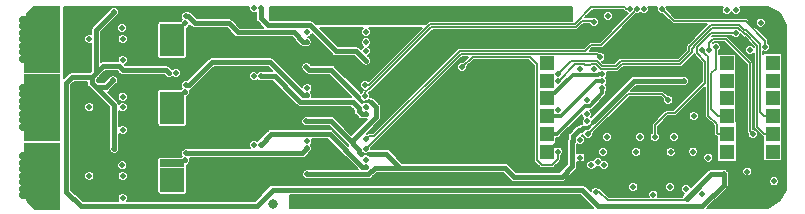
<source format=gbr>
%TF.GenerationSoftware,KiCad,Pcbnew,6.0.4-6f826c9f35~116~ubuntu20.04.1*%
%TF.CreationDate,2022-12-15T23:45:36+00:00*%
%TF.ProjectId,TFESC01,54464553-4330-4312-9e6b-696361645f70,rev?*%
%TF.SameCoordinates,Original*%
%TF.FileFunction,Copper,L3,Inr*%
%TF.FilePolarity,Positive*%
%FSLAX46Y46*%
G04 Gerber Fmt 4.6, Leading zero omitted, Abs format (unit mm)*
G04 Created by KiCad (PCBNEW 6.0.4-6f826c9f35~116~ubuntu20.04.1) date 2022-12-15 23:45:36*
%MOMM*%
%LPD*%
G01*
G04 APERTURE LIST*
%TA.AperFunction,ComponentPad*%
%ADD10R,1.200000X1.200000*%
%TD*%
%TA.AperFunction,ComponentPad*%
%ADD11R,0.700000X0.700000*%
%TD*%
%TA.AperFunction,ViaPad*%
%ADD12C,0.800000*%
%TD*%
%TA.AperFunction,ViaPad*%
%ADD13C,0.460000*%
%TD*%
%TA.AperFunction,ViaPad*%
%ADD14C,0.700000*%
%TD*%
%TA.AperFunction,ViaPad*%
%ADD15C,0.500000*%
%TD*%
%TA.AperFunction,Conductor*%
%ADD16C,0.460000*%
%TD*%
%TA.AperFunction,Conductor*%
%ADD17C,0.127000*%
%TD*%
%TA.AperFunction,Conductor*%
%ADD18C,0.300000*%
%TD*%
%TA.AperFunction,Conductor*%
%ADD19C,0.200000*%
%TD*%
%TA.AperFunction,Conductor*%
%ADD20C,0.030000*%
%TD*%
%TA.AperFunction,Conductor*%
%ADD21C,0.128000*%
%TD*%
G04 APERTURE END LIST*
D10*
%TO.N,+5V*%
%TO.C,P9*%
X112300000Y-87250000D03*
%TO.N,TEMP_MOTOR*%
X112300000Y-88750000D03*
%TO.N,HALL_1*%
X112300000Y-90250000D03*
%TO.N,HALL_2*%
X112300000Y-91750000D03*
%TO.N,HALL_3*%
X112300000Y-93250000D03*
%TO.N,VSS*%
X112300000Y-94750000D03*
%TD*%
%TO.N,ADC_EXT2*%
%TO.C,P10*%
X127575000Y-94750000D03*
%TO.N,SWDIO*%
X127575000Y-93250000D03*
%TO.N,SWCLK*%
X127575000Y-91750000D03*
%TO.N,Net-(P10-Pad4)*%
X127575000Y-90250000D03*
%TO.N,Net-(P10-Pad5)*%
X127575000Y-88750000D03*
%TO.N,VSS*%
X127575000Y-87250000D03*
%TD*%
%TO.N,ADC_EXT1*%
%TO.C,P11*%
X131450000Y-94750000D03*
%TO.N,TX*%
X131450000Y-93250000D03*
%TO.N,RX*%
X131450000Y-91750000D03*
%TO.N,+5V*%
X131450000Y-90250000D03*
%TO.N,servoi*%
X131450000Y-88750000D03*
%TO.N,VSS*%
X131450000Y-87250000D03*
%TD*%
D11*
%TO.N,Net-(P1-Pad1)*%
%TO.C,P1*%
X68600000Y-92050000D03*
X70000000Y-90650000D03*
X69300000Y-89950000D03*
X68600000Y-90650000D03*
X70000000Y-92050000D03*
X69300000Y-92050000D03*
X69300000Y-90650000D03*
X70000000Y-89950000D03*
X70000000Y-91350000D03*
X69300000Y-91350000D03*
X68600000Y-91350000D03*
X68600000Y-89950000D03*
%TD*%
%TO.N,Net-(P2-Pad1)*%
%TO.C,P2*%
X69300000Y-95750000D03*
X70000000Y-97850000D03*
X68600000Y-96450000D03*
X68600000Y-97150000D03*
X69300000Y-96450000D03*
X68600000Y-97850000D03*
X68600000Y-95750000D03*
X69300000Y-97850000D03*
X70000000Y-97150000D03*
X70000000Y-96450000D03*
X70000000Y-95750000D03*
X69300000Y-97150000D03*
%TD*%
%TO.N,Net-(P3-Pad1)*%
%TO.C,P3*%
X69300000Y-86250000D03*
X69300000Y-85550000D03*
X68600000Y-85550000D03*
X70000000Y-84150000D03*
X68600000Y-84850000D03*
X69300000Y-84150000D03*
X68600000Y-86250000D03*
X70000000Y-84850000D03*
X70000000Y-85550000D03*
X68600000Y-84150000D03*
X70000000Y-86250000D03*
X69300000Y-84850000D03*
%TD*%
%TO.N,SH1*%
%TO.C,P4*%
X79900000Y-90700000D03*
X80600000Y-90700000D03*
X79900000Y-90000000D03*
X80600000Y-91400000D03*
X81300000Y-91400000D03*
X81300000Y-92100000D03*
X79900000Y-91400000D03*
X80600000Y-90000000D03*
X79900000Y-92100000D03*
X81300000Y-90700000D03*
X81300000Y-90000000D03*
X80600000Y-92100000D03*
%TD*%
%TO.N,SH2*%
%TO.C,P5*%
X79900000Y-97850000D03*
X79900000Y-97150000D03*
X80600000Y-97150000D03*
X79900000Y-95750000D03*
X79900000Y-96450000D03*
X81300000Y-95750000D03*
X80600000Y-97850000D03*
X81300000Y-96450000D03*
X80600000Y-96450000D03*
X81300000Y-97850000D03*
X80600000Y-95750000D03*
X81300000Y-97150000D03*
%TD*%
%TO.N,SH3*%
%TO.C,P6*%
X79900000Y-85650000D03*
X80600000Y-85650000D03*
X81300000Y-86350000D03*
X80600000Y-86350000D03*
X81300000Y-85650000D03*
X80600000Y-84950000D03*
X81300000Y-84250000D03*
X81300000Y-84950000D03*
X79900000Y-84250000D03*
X79900000Y-86350000D03*
X80600000Y-84250000D03*
X79900000Y-84950000D03*
%TD*%
D12*
%TO.N,VDD*%
X94900000Y-83200000D03*
X103900000Y-83200000D03*
X108400000Y-83200000D03*
X90400000Y-83200000D03*
X89113216Y-99199750D03*
X96700000Y-83200000D03*
X113900000Y-83200000D03*
X110200000Y-83200000D03*
X112100000Y-83200000D03*
X92200000Y-83200000D03*
X98500000Y-83200000D03*
X104800000Y-83200000D03*
X94000000Y-83200000D03*
X106600000Y-83200000D03*
X109300000Y-83200000D03*
X97600000Y-83200000D03*
X91300000Y-83200000D03*
X113000000Y-83200000D03*
X100300000Y-83200000D03*
X93100000Y-83200000D03*
X111200000Y-83200000D03*
X103000000Y-83200000D03*
X107500000Y-83200000D03*
X105700000Y-83200000D03*
D13*
X127550000Y-82750000D03*
D12*
X89550000Y-83200000D03*
X102100000Y-83200000D03*
X95800000Y-83200000D03*
X101200000Y-83200000D03*
X99400000Y-83200000D03*
D13*
%TO.N,Net-(Q1-Pad1)*%
X81742998Y-89100000D03*
X92010000Y-89950000D03*
%TO.N,Net-(Q2-Pad1)*%
X88100000Y-88362998D03*
X97000000Y-91587000D03*
D12*
%TO.N,VSS*%
X102700000Y-98800000D03*
D13*
X87512997Y-94162998D03*
D12*
X100000000Y-98800000D03*
X95500000Y-98800000D03*
D13*
X74500000Y-94500000D03*
X128250000Y-99050000D03*
D12*
X99100000Y-98800000D03*
D13*
X115150000Y-84604009D03*
X96992928Y-95463041D03*
D12*
X93700000Y-98800000D03*
X111700000Y-98800000D03*
D13*
X124156042Y-85200000D03*
X96997562Y-86247562D03*
X87512997Y-82562998D03*
X129600000Y-99050000D03*
D12*
X94600000Y-98800000D03*
X108100000Y-98800000D03*
D13*
X124600000Y-84700000D03*
D12*
X100900000Y-98800000D03*
D13*
X74400000Y-88700000D03*
X115400000Y-84850000D03*
X130500000Y-99050000D03*
D12*
X88847998Y-86207000D03*
D13*
X118600000Y-94000000D03*
D12*
X92800000Y-98800000D03*
D13*
X124643318Y-93250000D03*
X128700000Y-99050000D03*
D12*
X91000000Y-98800000D03*
X97300000Y-98800000D03*
X98200000Y-98800000D03*
X113500000Y-98800000D03*
X96400000Y-98800000D03*
D13*
X115100000Y-95250000D03*
D12*
X112600000Y-98800000D03*
D13*
X130050000Y-99050000D03*
D12*
X107200000Y-98800000D03*
D13*
X121248148Y-83750989D03*
X115150000Y-85100000D03*
X129150000Y-99050000D03*
X125500000Y-98370500D03*
X74300000Y-82900000D03*
X130950000Y-99050000D03*
D12*
X109900000Y-98800000D03*
X101800000Y-98800000D03*
X110800000Y-98800000D03*
X91900000Y-98800000D03*
X106300000Y-98800000D03*
D13*
X87512997Y-88362998D03*
D12*
X105400000Y-98800000D03*
X109000000Y-98800000D03*
D13*
X118600000Y-93499999D03*
X124156042Y-84800000D03*
X129100000Y-82750000D03*
D12*
X104500000Y-98800000D03*
X103600000Y-98800000D03*
D13*
X96992998Y-91000000D03*
X115643958Y-85100000D03*
%TO.N,Net-(Q3-Pad1)*%
X81747998Y-94900000D03*
X92020000Y-94450000D03*
%TO.N,Net-(Q5-Pad1)*%
X92000000Y-85450000D03*
X81747998Y-83300000D03*
%TO.N,Net-(Q6-Pad1)*%
X88100000Y-82562998D03*
X97000000Y-87050000D03*
%TO.N,Net-(P1-Pad1)*%
X73600000Y-91000000D03*
D14*
X68000000Y-89900000D03*
X70000000Y-89350000D03*
X68000000Y-90450000D03*
X70000000Y-92650000D03*
X68600000Y-92650000D03*
X68000000Y-91000000D03*
X69300000Y-89350000D03*
X68000000Y-92650000D03*
X68000000Y-91550000D03*
X68600000Y-89350000D03*
X68000000Y-89350000D03*
X69300000Y-92650000D03*
X68000000Y-92100000D03*
%TO.N,Net-(P2-Pad1)*%
X68600000Y-95150000D03*
X68000000Y-96250000D03*
X69300000Y-95150000D03*
X68600000Y-98450000D03*
D13*
X73600000Y-96800000D03*
D14*
X68000000Y-98450000D03*
X68000000Y-96800000D03*
X70000000Y-95150000D03*
X70000000Y-98450000D03*
X68000000Y-95150000D03*
X68000000Y-97350000D03*
X69300000Y-98450000D03*
X68000000Y-95700000D03*
X68000000Y-97900000D03*
%TO.N,Net-(P3-Pad1)*%
X70000000Y-86900000D03*
D13*
X73600000Y-85200000D03*
D14*
X69300000Y-86900000D03*
X68000000Y-85800000D03*
X68000000Y-84150000D03*
X69300000Y-83550000D03*
X68000000Y-85250000D03*
X68000000Y-86900000D03*
X68600000Y-83550000D03*
X68600000Y-86900000D03*
X70000000Y-83550000D03*
X68000000Y-86350000D03*
X68000000Y-83600000D03*
X68000000Y-84700000D03*
D13*
%TO.N,SH1*%
X76400000Y-91000000D03*
X81680260Y-89683640D03*
X92057559Y-89364928D03*
%TO.N,SH2*%
X92054015Y-93853916D03*
X76400000Y-96800000D03*
X81678063Y-95482821D03*
%TO.N,SH3*%
X81691906Y-83884316D03*
X76400000Y-85200000D03*
X92000000Y-84650000D03*
%TO.N,C1*%
X122800000Y-94800000D03*
%TO.N,C2*%
X119900000Y-94800000D03*
%TO.N,C3*%
X117100000Y-94800000D03*
%TO.N,Net-(C17-Pad2)*%
X115100000Y-87750000D03*
%TO.N,VCC*%
X128343873Y-82766324D03*
X129547339Y-86152661D03*
X116300000Y-87750000D03*
X115100000Y-93750000D03*
X124100000Y-97909532D03*
X124700000Y-94750000D03*
%TO.N,SENS_SUPPLY*%
X128300000Y-84692998D03*
X121450000Y-93499999D03*
X119646580Y-97757802D03*
%TO.N,SENS_1*%
X76400000Y-90100000D03*
X117183076Y-95862800D03*
%TO.N,SENS_2*%
X76387000Y-95916215D03*
X116640000Y-95640000D03*
%TO.N,SENS_3*%
X116099224Y-95868327D03*
X76337000Y-84300000D03*
%TO.N,I1*%
X76400000Y-92900000D03*
X123100000Y-93500000D03*
%TO.N,I2*%
X76400000Y-98700000D03*
X120200000Y-93500000D03*
%TO.N,I3*%
X76400000Y-87000000D03*
X117400000Y-93500000D03*
%TO.N,LI1*%
X116312998Y-83778520D03*
X96950000Y-90050000D03*
%TO.N,HI1*%
X119375994Y-82650000D03*
X96950000Y-89100000D03*
%TO.N,LI2*%
X116849428Y-86732515D03*
X97000000Y-94500000D03*
%TO.N,HI2*%
X97000000Y-93650000D03*
X119962997Y-82650000D03*
%TO.N,LI3*%
X117500000Y-83270500D03*
X97000000Y-85500000D03*
%TO.N,HI3*%
X120550000Y-82650000D03*
X97000000Y-84600000D03*
%TO.N,USB-DM*%
X130810000Y-85870000D03*
X122050000Y-82642998D03*
%TO.N,USB-DP*%
X126037003Y-86150000D03*
X129750000Y-93250000D03*
%TO.N,LED_GREEN*%
X115700000Y-91600000D03*
%TO.N,LED_RED*%
X115700000Y-90400000D03*
%TO.N,HALL_1*%
X117026244Y-88213862D03*
%TO.N,HALL_2*%
X117028603Y-88800859D03*
%TO.N,HALL_3*%
X117032302Y-89387850D03*
%TO.N,SWCLK*%
X126627957Y-85920500D03*
%TO.N,SWDIO*%
X125450000Y-86150000D03*
%TO.N,Net-(C30-Pad1)*%
X122747504Y-97757802D03*
%TO.N,Net-(C31-Pad1)*%
X121342998Y-98400001D03*
%TO.N,SERVO*%
X124750000Y-91750000D03*
%TO.N,TEMP_MOTOR*%
X113257002Y-91243000D03*
X129307002Y-96434001D03*
%TO.N,RX*%
X113277380Y-88178525D03*
%TO.N,TX*%
X113257002Y-88765173D03*
%TO.N,Net-(C77-Pad2)*%
X113257002Y-94750000D03*
X126000000Y-95256042D03*
X105150000Y-87600000D03*
X80900000Y-88100000D03*
%TO.N,Net-(Q4-Pad1)*%
X88100000Y-94162998D03*
X97000000Y-96050000D03*
%TO.N,+5V*%
X92017271Y-96663041D03*
X131573501Y-97277444D03*
X91957001Y-87584001D03*
X130422339Y-83827661D03*
X91957002Y-92174000D03*
X123950000Y-88750000D03*
%TO.N,VAA*%
X116450000Y-98150000D03*
X75600000Y-88700000D03*
D15*
X127300000Y-96667242D03*
D13*
X75700000Y-94500000D03*
X75700000Y-82900000D03*
X80312997Y-88100000D03*
%TO.N,ADC_EXT2*%
X115724742Y-92198302D03*
%TO.N,ADC_EXT1*%
X122610000Y-90390000D03*
X115816513Y-93245989D03*
%TD*%
D16*
%TO.N,Net-(Q1-Pad1)*%
X82068267Y-89100000D02*
X83988267Y-87180000D01*
X81742998Y-89100000D02*
X82068267Y-89100000D01*
X91684731Y-89950000D02*
X92010000Y-89950000D01*
X88914731Y-87180000D02*
X91684731Y-89950000D01*
X83988267Y-87180000D02*
X88914731Y-87180000D01*
%TO.N,Net-(Q2-Pad1)*%
X91097721Y-90193147D02*
X91093147Y-90193147D01*
X97000000Y-91587000D02*
X96674731Y-91587000D01*
X96405997Y-91318266D02*
X96405997Y-91055997D01*
X96674731Y-91587000D02*
X96405997Y-91318266D01*
X95875000Y-90525000D02*
X92303762Y-90525000D01*
X92303762Y-90525000D02*
X92291752Y-90537010D01*
X92291752Y-90537010D02*
X91441584Y-90537010D01*
X91441584Y-90537010D02*
X91097721Y-90193147D01*
X89267573Y-88362998D02*
X88100000Y-88362998D01*
X91093147Y-90193147D02*
X91093147Y-90188572D01*
X91093147Y-90188572D02*
X89267573Y-88362998D01*
X96405997Y-91055997D02*
X95875000Y-90525000D01*
D17*
%TO.N,VSS*%
X130550000Y-82750000D02*
X129100000Y-82750000D01*
D16*
X74629999Y-88470001D02*
X74400000Y-88700000D01*
X83661762Y-86207000D02*
X81181761Y-88687001D01*
D18*
X113050000Y-96320000D02*
X110510000Y-96320000D01*
D16*
X76455763Y-88687001D02*
X75881761Y-88112999D01*
D18*
X113130000Y-94080000D02*
X113580000Y-94080000D01*
D17*
X130950000Y-99050000D02*
X131275269Y-99050000D01*
D18*
X110510000Y-96320000D02*
X107770000Y-93580000D01*
X112460000Y-94750000D02*
X113130000Y-94080000D01*
D17*
X128250000Y-99050000D02*
X128250000Y-96820000D01*
X128250000Y-96820000D02*
X127550000Y-96120000D01*
X123470564Y-96120000D02*
X121910564Y-97680000D01*
D18*
X113580000Y-94080000D02*
X113982990Y-94482990D01*
X113982990Y-94482990D02*
X113982990Y-95387010D01*
X113982990Y-95387010D02*
X113050000Y-96320000D01*
D17*
X132494511Y-84694511D02*
X130550000Y-82750000D01*
D18*
X112300000Y-94750000D02*
X112460000Y-94750000D01*
D16*
X74987001Y-88112999D02*
X74629999Y-88470001D01*
D17*
X131275269Y-99050000D02*
X132494511Y-97830758D01*
D16*
X75881761Y-88112999D02*
X74987001Y-88112999D01*
X96992998Y-91000000D02*
X97000000Y-91000000D01*
X81181761Y-88687001D02*
X76455763Y-88687001D01*
X88847998Y-86207000D02*
X83661762Y-86207000D01*
D17*
X132494511Y-97830758D02*
X132494511Y-84694511D01*
X127550000Y-96120000D02*
X123470564Y-96120000D01*
D16*
%TO.N,Net-(Q3-Pad1)*%
X81747998Y-94900000D02*
X91570000Y-94900000D01*
X91570000Y-94900000D02*
X92020000Y-94450000D01*
%TO.N,Net-(Q5-Pad1)*%
X82566352Y-83890000D02*
X81973667Y-83297315D01*
X81750683Y-83297315D02*
X81747998Y-83300000D01*
X90890000Y-84665269D02*
X86165269Y-84665269D01*
X91674731Y-85450000D02*
X90890000Y-84665269D01*
X81973667Y-83297315D02*
X81750683Y-83297315D01*
X85390000Y-83890000D02*
X82566352Y-83890000D01*
X86165269Y-84665269D02*
X85390000Y-83890000D01*
X92000000Y-85450000D02*
X91674731Y-85450000D01*
%TO.N,Net-(Q6-Pad1)*%
X96160000Y-86250000D02*
X94468762Y-86250000D01*
X96730001Y-86820001D02*
X96160000Y-86250000D01*
X94468762Y-86250000D02*
X92281761Y-84062999D01*
X97000000Y-87050000D02*
X96770001Y-86820001D01*
X88100000Y-83470000D02*
X88692999Y-84062999D01*
X92281761Y-84062999D02*
X88692999Y-84062999D01*
X96770001Y-86820001D02*
X96730001Y-86820001D01*
X88100000Y-82562998D02*
X88100000Y-83470000D01*
%TO.N,SH1*%
X81683621Y-89687001D02*
X81680260Y-89683640D01*
%TO.N,SH2*%
X81682243Y-95487001D02*
X81678063Y-95482821D01*
D17*
%TO.N,SENS_SUPPLY*%
X125740000Y-88900000D02*
X123150000Y-91490000D01*
X125029499Y-86419499D02*
X125029499Y-85920501D01*
X121450000Y-92520000D02*
X121450000Y-93499999D01*
X125740000Y-88070000D02*
X125740000Y-87130000D01*
X125740000Y-87130000D02*
X125029499Y-86419499D01*
X123150000Y-91490000D02*
X122480000Y-91490000D01*
X122480000Y-91490000D02*
X121450000Y-92520000D01*
X125740000Y-88070000D02*
X125740000Y-88900000D01*
X125029499Y-85920501D02*
X126257002Y-84692998D01*
X126257002Y-84692998D02*
X128300000Y-84692998D01*
X125720000Y-88090000D02*
X125740000Y-88070000D01*
%TO.N,LI1*%
X115309224Y-83650000D02*
X116184478Y-83650000D01*
X116184478Y-83650000D02*
X116312998Y-83778520D01*
X114775716Y-84183508D02*
X115309224Y-83650000D01*
X96950000Y-90050000D02*
X96950000Y-89722342D01*
X97318332Y-89354010D02*
X97380484Y-89354009D01*
X97380484Y-89354009D02*
X102550984Y-84183509D01*
X96950000Y-89722342D02*
X97318332Y-89354010D01*
X102550984Y-84183509D02*
X114775716Y-84183508D01*
%TO.N,HI1*%
X96950000Y-89100000D02*
X97275269Y-89100000D01*
X102445770Y-83929499D02*
X114670501Y-83929499D01*
X97275269Y-89100000D02*
X102445770Y-83929499D01*
X119050725Y-82650000D02*
X119375994Y-82650000D01*
X118900725Y-82500000D02*
X119050725Y-82650000D01*
X114670501Y-83929499D02*
X116100000Y-82500000D01*
X116100000Y-82500000D02*
X118900725Y-82500000D01*
%TO.N,LI2*%
X105040501Y-86459499D02*
X116563964Y-86459499D01*
X97000000Y-94500000D02*
X105040501Y-86459499D01*
X116670304Y-86565839D02*
X116682752Y-86565839D01*
X116682752Y-86565839D02*
X116849428Y-86732515D01*
X116563964Y-86459499D02*
X116670304Y-86565839D01*
%TO.N,HI2*%
X116070501Y-85729499D02*
X115594511Y-86205489D01*
X97720775Y-93420001D02*
X104935287Y-86205489D01*
X97229999Y-93420001D02*
X97720775Y-93420001D01*
X116929571Y-85729499D02*
X116070501Y-85729499D01*
X116929571Y-85729499D02*
X116929571Y-85718765D01*
X119732998Y-82915338D02*
X119732998Y-82879999D01*
X97000000Y-93650000D02*
X97229999Y-93420001D01*
X115594511Y-86205489D02*
X104935287Y-86205489D01*
X119732998Y-82879999D02*
X119962997Y-82650000D01*
X116929571Y-85718765D02*
X119732998Y-82915338D01*
%TO.N,USB-DM*%
X130810000Y-85350000D02*
X130810000Y-85870000D01*
X129160000Y-83700000D02*
X130810000Y-85350000D01*
X123107002Y-83700000D02*
X122050000Y-82642998D01*
X128550000Y-83700000D02*
X123107002Y-83700000D01*
X128550000Y-83700000D02*
X129160000Y-83700000D01*
%TO.N,USB-DP*%
X129500000Y-87272874D02*
X129500000Y-93000000D01*
X129500000Y-93000000D02*
X129750000Y-93250000D01*
X126030000Y-85580000D02*
X126380000Y-85230000D01*
X126030000Y-85817728D02*
X126030000Y-85580000D01*
X127457126Y-85230000D02*
X129500000Y-87272874D01*
X126037003Y-85824731D02*
X126030000Y-85817728D01*
X126380000Y-85230000D02*
X127457126Y-85230000D01*
X126037003Y-86150000D02*
X126037003Y-85824731D01*
D18*
%TO.N,HALL_1*%
X112522537Y-90250000D02*
X114515536Y-88257001D01*
X116657836Y-88257001D02*
X116700975Y-88213862D01*
X112300000Y-90250000D02*
X112522537Y-90250000D01*
X116700975Y-88213862D02*
X117026244Y-88213862D01*
X114515536Y-88257001D02*
X116657836Y-88257001D01*
%TO.N,HALL_2*%
X113500364Y-91750000D02*
X116449505Y-88800859D01*
X112300000Y-91750000D02*
X113500364Y-91750000D01*
X116449505Y-88800859D02*
X116703334Y-88800859D01*
X116703334Y-88800859D02*
X117028603Y-88800859D01*
%TO.N,HALL_3*%
X113200000Y-93250000D02*
X115542999Y-90907001D01*
X117032302Y-89818060D02*
X117032302Y-89713119D01*
X117032302Y-89713119D02*
X117032302Y-89387850D01*
X115943361Y-90907001D02*
X117032302Y-89818060D01*
X112300000Y-93250000D02*
X113200000Y-93250000D01*
X115542999Y-90907001D02*
X115943361Y-90907001D01*
D17*
%TO.N,SWCLK*%
X126250000Y-91152000D02*
X126250000Y-88100000D01*
X126848000Y-91750000D02*
X126250000Y-91152000D01*
X127575000Y-91750000D02*
X126848000Y-91750000D01*
X126624006Y-87725994D02*
X126624006Y-86150000D01*
X126250000Y-88100000D02*
X126624006Y-87725994D01*
X126624006Y-85924451D02*
X126627957Y-85920500D01*
X126624006Y-86150000D02*
X126624006Y-85924451D01*
%TO.N,SWDIO*%
X125995991Y-91713893D02*
X125995990Y-86704010D01*
X125600000Y-86400000D02*
X125600000Y-86300000D01*
X127575000Y-93250000D02*
X126800000Y-93250000D01*
X126700000Y-92417902D02*
X125995991Y-91713893D01*
X125862481Y-86570501D02*
X125770501Y-86570501D01*
X126800000Y-93250000D02*
X126700000Y-93150000D01*
X125770501Y-86570501D02*
X125600000Y-86400000D01*
X126700000Y-93150000D02*
X126700000Y-92417902D01*
X125995990Y-86704010D02*
X125862481Y-86570501D01*
X125600000Y-86300000D02*
X125450000Y-86150000D01*
%TO.N,RX*%
X118154010Y-87495990D02*
X117005214Y-87495990D01*
X118574511Y-87075489D02*
X118154010Y-87495990D01*
X124365990Y-85865562D02*
X124521481Y-85710071D01*
X124365990Y-86224786D02*
X124365990Y-85865562D01*
X125625776Y-84605776D02*
X126213065Y-84018487D01*
X128607056Y-84018488D02*
X129049284Y-84460716D01*
X124521481Y-85710071D02*
X125625776Y-84605776D01*
X117005214Y-87495990D02*
X116584714Y-87075490D01*
X130389499Y-85668159D02*
X130389499Y-89449499D01*
X123515287Y-87075489D02*
X118574511Y-87075489D01*
X130390000Y-91417000D02*
X130723000Y-91750000D01*
X129049284Y-84460716D02*
X129182056Y-84460716D01*
X126213065Y-84018487D02*
X128110000Y-84018487D01*
X114380416Y-87075489D02*
X113277380Y-88178525D01*
X130390000Y-89450000D02*
X130390000Y-91030000D01*
X116584714Y-87075490D02*
X114380416Y-87075489D01*
X130723000Y-91750000D02*
X131450000Y-91750000D01*
X130389499Y-89449499D02*
X130390000Y-89450000D01*
X128110000Y-84018487D02*
X128607056Y-84018488D01*
X130390000Y-91030000D02*
X130390000Y-91417000D01*
X123515287Y-87075489D02*
X124365990Y-86224786D01*
X129182056Y-84460716D02*
X130389499Y-85668159D01*
%TO.N,TX*%
X130723000Y-93250000D02*
X131450000Y-93250000D01*
X113257002Y-88765173D02*
X113313074Y-88765173D01*
X118259225Y-87749999D02*
X118679725Y-87329499D01*
X130135489Y-92662489D02*
X130723000Y-93250000D01*
X116479499Y-87329499D02*
X116900000Y-87750000D01*
X113313074Y-88765173D02*
X114748748Y-87329499D01*
X126318279Y-84272497D02*
X128501841Y-84272497D01*
X124775490Y-85815286D02*
X126318279Y-84272497D01*
X124775489Y-85914511D02*
X124775490Y-85815286D01*
X124620000Y-86070000D02*
X124775489Y-85914511D01*
X118679725Y-87329499D02*
X123620502Y-87329498D01*
X116900000Y-87750000D02*
X118259225Y-87749999D01*
X129060000Y-84830656D02*
X129192772Y-84830656D01*
X128501841Y-84272497D02*
X129060000Y-84830656D01*
X116098159Y-87329499D02*
X116479499Y-87329499D01*
X129192772Y-84830656D02*
X130135489Y-85773373D01*
X114748748Y-87329499D02*
X115429499Y-87329499D01*
X115977658Y-87450000D02*
X116098159Y-87329499D01*
X123620502Y-87329498D02*
X124620000Y-86330000D01*
X124620000Y-86330000D02*
X124620000Y-86070000D01*
X115429499Y-87329499D02*
X115550000Y-87450000D01*
X130135489Y-85773373D02*
X130135489Y-92662489D01*
X115550000Y-87450000D02*
X115977658Y-87450000D01*
%TO.N,Net-(C77-Pad2)*%
X111509499Y-95502401D02*
X111907098Y-95900000D01*
X110863509Y-86713509D02*
X111509499Y-87359499D01*
X112750000Y-95900000D02*
X113257002Y-95392998D01*
X111907098Y-95900000D02*
X112750000Y-95900000D01*
X106036491Y-86713509D02*
X110863509Y-86713509D01*
X111509499Y-87359499D02*
X111509499Y-95502401D01*
X105150000Y-87600000D02*
X106036491Y-86713509D01*
X113257002Y-95392998D02*
X113257002Y-94750000D01*
D16*
%TO.N,Net-(Q4-Pad1)*%
X88996083Y-93266915D02*
X93928040Y-93266915D01*
X88100000Y-94162998D02*
X88996083Y-93266915D01*
X93928040Y-93266915D02*
X96711167Y-96050042D01*
X96711167Y-96050042D02*
X97000000Y-96050042D01*
D18*
%TO.N,+5V*%
X97448261Y-94920501D02*
X97329861Y-94920501D01*
D19*
X97243361Y-90507001D02*
X97246861Y-90503501D01*
D16*
X98710501Y-94920501D02*
X99890000Y-96100000D01*
X119940000Y-88750000D02*
X119717812Y-88750000D01*
X97448261Y-94920501D02*
X97383706Y-94985056D01*
X95900000Y-94110000D02*
X96412999Y-94622999D01*
D19*
X96442999Y-90165341D02*
X96364659Y-90165341D01*
D17*
X99890000Y-96100000D02*
X99800000Y-96100000D01*
D18*
X96442999Y-90293361D02*
X96660000Y-90510362D01*
D16*
X97780199Y-96100000D02*
X99890000Y-96100000D01*
D18*
X97329861Y-94920501D02*
X97267610Y-94982752D01*
X97267610Y-94982752D02*
X97170000Y-94982752D01*
D16*
X94091658Y-87814000D02*
X96277658Y-90000000D01*
D17*
X96696137Y-90546499D02*
X96857148Y-90579490D01*
D19*
X115850950Y-92730000D02*
X116231743Y-92349207D01*
D18*
X115490000Y-92776450D02*
X115535690Y-92776450D01*
D19*
X96853501Y-90546499D02*
X96892999Y-90507001D01*
X96892999Y-90507001D02*
X97243361Y-90507001D01*
D16*
X114490000Y-93870000D02*
X114512999Y-93847001D01*
X98620501Y-94920501D02*
X97448261Y-94920501D01*
X123950000Y-88750000D02*
X122640000Y-88750000D01*
X97429490Y-90579490D02*
X97850000Y-91000000D01*
D19*
X97246861Y-90503501D02*
X97172861Y-90503501D01*
D16*
X119717812Y-88750000D02*
X119051932Y-89415880D01*
X114512999Y-93847001D02*
X114512999Y-93468239D01*
X97850000Y-91000000D02*
X97850000Y-91840000D01*
X97850000Y-91840000D02*
X95900000Y-93790000D01*
X94051658Y-92174000D02*
X95900000Y-94022342D01*
D17*
X96857148Y-90579490D02*
X97429490Y-90579490D01*
D16*
X92017271Y-96663041D02*
X97217158Y-96663041D01*
D17*
X95900000Y-93790000D02*
X95900000Y-94022342D01*
D19*
X97166000Y-90510362D02*
X96660000Y-90510362D01*
D16*
X114490000Y-95980000D02*
X114490000Y-93870000D01*
D17*
X115490000Y-92776450D02*
X115425709Y-92768031D01*
X99800000Y-96100000D02*
X98620501Y-94920501D01*
X97290000Y-94984045D02*
X97170000Y-94982752D01*
D19*
X116231743Y-92349207D02*
X116231743Y-92236069D01*
D18*
X97246861Y-90503501D02*
X97322850Y-90579490D01*
X96277658Y-90000000D02*
X96442999Y-90165341D01*
D16*
X96412999Y-94781761D02*
X96609222Y-94977984D01*
X115021238Y-92960000D02*
X115233740Y-92960000D01*
X97217158Y-96663041D02*
X97780199Y-96100000D01*
D18*
X96442999Y-90165341D02*
X96442999Y-90293361D01*
D19*
X96364659Y-90165341D02*
X96300000Y-90230000D01*
D16*
X114512999Y-93468239D02*
X115021238Y-92960000D01*
X99890000Y-96100000D02*
X108750000Y-96100000D01*
D19*
X97172861Y-90503501D02*
X97166000Y-90510362D01*
D17*
X97383706Y-94985056D02*
X97290000Y-94984045D01*
D18*
X116231743Y-92236069D02*
X116328906Y-92138906D01*
D16*
X119051932Y-89415880D02*
X116328906Y-92138906D01*
D19*
X96696137Y-90546499D02*
X96853501Y-90546499D01*
D16*
X91957002Y-92174000D02*
X94051658Y-92174000D01*
X113570000Y-96900000D02*
X114490000Y-95980000D01*
X92187000Y-87814000D02*
X94091658Y-87814000D01*
X109550000Y-96900000D02*
X113570000Y-96900000D01*
X122640000Y-88750000D02*
X119940000Y-88750000D01*
X108750000Y-96100000D02*
X109550000Y-96900000D01*
D18*
X115582140Y-92730000D02*
X115850950Y-92730000D01*
X116231743Y-92348257D02*
X116231743Y-92236069D01*
X115535690Y-92776450D02*
X115582140Y-92730000D01*
D17*
X119940000Y-88750000D02*
X115875647Y-92705303D01*
D16*
X96412999Y-94622999D02*
X96412999Y-94781761D01*
X98620501Y-94920501D02*
X98710501Y-94920501D01*
X91957001Y-87584001D02*
X92187000Y-87814000D01*
D19*
X97283939Y-94977984D02*
X97290000Y-94984045D01*
D18*
X96609222Y-94977984D02*
X96727622Y-94977984D01*
X96660000Y-90510362D02*
X96696137Y-90546499D01*
X97429490Y-90579490D02*
X97322850Y-90579490D01*
D16*
X115233740Y-92960000D02*
X115425709Y-92768031D01*
X95900000Y-94022342D02*
X95900000Y-94110000D01*
D18*
X115850950Y-92730000D02*
X115875647Y-92705303D01*
D17*
X97170000Y-94982752D02*
X96727622Y-94977984D01*
D19*
X96727622Y-94977984D02*
X97283939Y-94977984D01*
D17*
%TO.N,VAA*%
X126119759Y-96667242D02*
X127300000Y-96667242D01*
D16*
X74156852Y-89287008D02*
X75012992Y-89287008D01*
X75012992Y-89287008D02*
X75370001Y-88929999D01*
X72093148Y-88456852D02*
X73812992Y-88456852D01*
X74743855Y-87525989D02*
X74187001Y-88082843D01*
X75700000Y-82900000D02*
X74187001Y-84412999D01*
X127300000Y-96667242D02*
X127300000Y-97550000D01*
D19*
X123930000Y-98857001D02*
X124032999Y-98857001D01*
D16*
X80312997Y-88100000D02*
X80082998Y-87870001D01*
X71650000Y-88900000D02*
X72093148Y-88456852D01*
X89140000Y-97960000D02*
X87750000Y-99350000D01*
X75370001Y-88929999D02*
X75600000Y-88700000D01*
X87750000Y-99350000D02*
X72850000Y-99350000D01*
X126802758Y-96667242D02*
X126222758Y-96667242D01*
X75700000Y-90830156D02*
X74156852Y-89287008D01*
X73812992Y-88943148D02*
X74156852Y-89287008D01*
X125500000Y-99350000D02*
X116680000Y-99350000D01*
X116680000Y-99350000D02*
X115290000Y-97960000D01*
X115290000Y-97960000D02*
X89140000Y-97960000D01*
X76468919Y-87870001D02*
X76124908Y-87525989D01*
X74187001Y-88082843D02*
X73812992Y-88456852D01*
X76124908Y-87525989D02*
X74743855Y-87525989D01*
X80082998Y-87870001D02*
X76468919Y-87870001D01*
X126222758Y-96667242D02*
X124160000Y-98730000D01*
X127300000Y-96667242D02*
X126802758Y-96667242D01*
D17*
X123930000Y-98857001D02*
X126119759Y-96667242D01*
D19*
X124032999Y-98857001D02*
X124160000Y-98730000D01*
D16*
X74187001Y-84412999D02*
X74187001Y-88082843D01*
D19*
X116450000Y-98150000D02*
X116775269Y-98150000D01*
X116775269Y-98150000D02*
X117482270Y-98857001D01*
D16*
X72850000Y-99350000D02*
X71650000Y-98150000D01*
X127300000Y-97550000D02*
X125500000Y-99350000D01*
X71650000Y-98150000D02*
X71650000Y-88900000D01*
D19*
X117482270Y-98857001D02*
X123930000Y-98857001D01*
D16*
X75700000Y-94500000D02*
X75700000Y-90830156D01*
X73812992Y-88456852D02*
X73812992Y-88943148D01*
D17*
%TO.N,ADC_EXT1*%
X122056388Y-89836388D02*
X122610000Y-90390000D01*
X119226114Y-89836388D02*
X122056388Y-89836388D01*
X115816513Y-93245989D02*
X119226114Y-89836388D01*
%TD*%
%TO.N,Net-(P3-Pad1)*%
D20*
X70985000Y-87985000D02*
X68045500Y-87985000D01*
X68045500Y-84003238D01*
X68124505Y-83451570D01*
X68353819Y-82947221D01*
X68715464Y-82527511D01*
X68889048Y-82415000D01*
X70985000Y-82415000D01*
X70985000Y-87985000D01*
X70985000Y-87985000D02*
X70985000Y-82415000D01*
%TA.AperFunction,Conductor*%
G36*
X70985000Y-87985000D02*
G01*
X68045500Y-87985000D01*
X68045500Y-84003238D01*
X68124505Y-83451570D01*
X68353819Y-82947221D01*
X68715464Y-82527511D01*
X68889048Y-82415000D01*
X70985000Y-82415000D01*
X70985000Y-87985000D01*
G37*
%TD.AperFunction*%
%TD*%
%TO.N,Net-(P1-Pad1)*%
X70985000Y-93785000D02*
X68045500Y-93785000D01*
X68045500Y-88215000D01*
X70985000Y-88215000D01*
X70985000Y-93785000D01*
X70985000Y-93785000D02*
X70985000Y-88215000D01*
%TA.AperFunction,Conductor*%
G36*
X70985000Y-93785000D02*
G01*
X68045500Y-93785000D01*
X68045500Y-88215000D01*
X70985000Y-88215000D01*
X70985000Y-93785000D01*
G37*
%TD.AperFunction*%
%TD*%
%TO.N,Net-(P2-Pad1)*%
X70985000Y-99585000D02*
X68876217Y-99585000D01*
X68527510Y-99284534D01*
X68226170Y-98819623D01*
X68066977Y-98287320D01*
X68045500Y-97998310D01*
X68045500Y-94015000D01*
X70985000Y-94015000D01*
X70985000Y-99585000D01*
X70985000Y-99585000D02*
X70985000Y-94015000D01*
%TA.AperFunction,Conductor*%
G36*
X70985000Y-99585000D02*
G01*
X68876217Y-99585000D01*
X68527510Y-99284534D01*
X68226170Y-98819623D01*
X68066977Y-98287320D01*
X68045500Y-97998310D01*
X68045500Y-94015000D01*
X70985000Y-94015000D01*
X70985000Y-99585000D01*
G37*
%TD.AperFunction*%
%TD*%
%TO.N,VSS*%
D21*
X87086000Y-82480000D02*
X87086000Y-82630000D01*
X87090266Y-82652975D01*
X87140266Y-82782975D01*
X87154745Y-82805255D01*
X87264745Y-82915255D01*
X87287025Y-82929734D01*
X87417025Y-82979734D01*
X87440000Y-82984000D01*
X87580000Y-82984000D01*
X87601526Y-82980271D01*
X87678000Y-82952959D01*
X87678001Y-83428436D01*
X87669733Y-83470000D01*
X87695633Y-83600203D01*
X87702486Y-83634656D01*
X87795756Y-83774245D01*
X87830991Y-83797788D01*
X88276471Y-84243269D01*
X86340067Y-84243269D01*
X85717790Y-83620993D01*
X85694245Y-83585755D01*
X85554656Y-83492485D01*
X85431561Y-83468000D01*
X85431560Y-83468000D01*
X85390000Y-83459733D01*
X85348440Y-83468000D01*
X82741151Y-83468000D01*
X82301457Y-83028308D01*
X82277912Y-82993070D01*
X82138323Y-82899800D01*
X82015228Y-82875315D01*
X82015227Y-82875315D01*
X81973667Y-82867048D01*
X81932107Y-82875315D01*
X81792242Y-82875315D01*
X81750682Y-82867048D01*
X81709122Y-82875315D01*
X81695624Y-82878000D01*
X81664057Y-82878000D01*
X81634894Y-82890080D01*
X81586027Y-82899800D01*
X81544599Y-82927481D01*
X81508954Y-82942246D01*
X81481674Y-82969526D01*
X81446438Y-82993070D01*
X81422894Y-83028306D01*
X81390244Y-83060956D01*
X81374025Y-83100113D01*
X81350484Y-83135344D01*
X81342217Y-83176902D01*
X81325998Y-83216059D01*
X81325998Y-83258440D01*
X81317731Y-83300000D01*
X81325998Y-83341560D01*
X81325998Y-83383941D01*
X81342217Y-83423098D01*
X81350484Y-83464656D01*
X81374024Y-83499887D01*
X81390244Y-83539044D01*
X81415312Y-83564112D01*
X81334152Y-83645272D01*
X81309727Y-83704239D01*
X79550000Y-83704239D01*
X79475086Y-83719140D01*
X79411576Y-83761576D01*
X79369140Y-83825086D01*
X79354239Y-83900000D01*
X79354239Y-86700000D01*
X79369140Y-86774914D01*
X79411576Y-86838424D01*
X79475086Y-86880860D01*
X79550000Y-86895761D01*
X81650000Y-86895761D01*
X81724914Y-86880860D01*
X81788424Y-86838424D01*
X81830860Y-86774914D01*
X81845761Y-86700000D01*
X81845761Y-84277357D01*
X81930950Y-84242070D01*
X82049660Y-84123360D01*
X82094547Y-84014993D01*
X82238565Y-84159012D01*
X82262107Y-84194245D01*
X82297340Y-84217787D01*
X82312109Y-84227655D01*
X82401696Y-84287515D01*
X82524791Y-84312000D01*
X82566351Y-84320267D01*
X82607911Y-84312000D01*
X85215203Y-84312000D01*
X85837480Y-84934278D01*
X85861024Y-84969514D01*
X86000613Y-85062784D01*
X86123708Y-85087269D01*
X86123709Y-85087269D01*
X86165269Y-85095536D01*
X86206829Y-85087269D01*
X90715203Y-85087269D01*
X91346942Y-85719009D01*
X91370486Y-85754245D01*
X91510075Y-85847515D01*
X91633170Y-85872000D01*
X91674730Y-85880267D01*
X91716290Y-85872000D01*
X92083941Y-85872000D01*
X92123094Y-85855782D01*
X92164656Y-85847515D01*
X92199891Y-85823972D01*
X92239044Y-85807754D01*
X92269009Y-85777789D01*
X92304245Y-85754245D01*
X92327789Y-85719009D01*
X92357754Y-85689044D01*
X92373972Y-85649891D01*
X92397515Y-85614656D01*
X92405782Y-85573094D01*
X92422000Y-85533941D01*
X92422000Y-85491561D01*
X92430267Y-85450000D01*
X92422000Y-85408439D01*
X92422000Y-85366059D01*
X92405782Y-85326906D01*
X92397515Y-85285344D01*
X92373972Y-85250109D01*
X92357754Y-85210956D01*
X92327789Y-85180991D01*
X92304245Y-85145755D01*
X92269009Y-85122211D01*
X92239044Y-85092246D01*
X92199891Y-85076028D01*
X92164656Y-85052485D01*
X92141955Y-85047970D01*
X92239044Y-85007754D01*
X92357754Y-84889044D01*
X92402641Y-84780677D01*
X94140973Y-86519009D01*
X94164517Y-86554245D01*
X94304106Y-86647515D01*
X94427201Y-86672000D01*
X94468761Y-86680267D01*
X94510321Y-86672000D01*
X95985203Y-86672000D01*
X96402214Y-87089013D01*
X96425756Y-87124246D01*
X96460989Y-87147788D01*
X96489181Y-87166625D01*
X96565345Y-87217516D01*
X96572053Y-87218850D01*
X96642245Y-87289042D01*
X96642246Y-87289044D01*
X96760956Y-87407754D01*
X96800110Y-87423972D01*
X96835344Y-87447515D01*
X96876906Y-87455782D01*
X96916059Y-87472000D01*
X96958439Y-87472000D01*
X97000000Y-87480267D01*
X97041561Y-87472000D01*
X97083941Y-87472000D01*
X97123094Y-87455782D01*
X97164656Y-87447515D01*
X97199890Y-87423972D01*
X97239044Y-87407754D01*
X97269013Y-87377785D01*
X97304244Y-87354244D01*
X97327785Y-87319013D01*
X97357754Y-87289044D01*
X97373972Y-87249890D01*
X97397515Y-87214656D01*
X97405782Y-87173094D01*
X97422000Y-87133941D01*
X97422000Y-87091561D01*
X97430267Y-87050000D01*
X97422000Y-87008439D01*
X97422000Y-86966059D01*
X97405782Y-86926906D01*
X97397515Y-86885344D01*
X97373972Y-86850110D01*
X97357754Y-86810956D01*
X97239044Y-86692246D01*
X97239042Y-86692245D01*
X97174031Y-86627234D01*
X97221526Y-86610271D01*
X97245255Y-86595255D01*
X97345255Y-86495255D01*
X97360271Y-86471526D01*
X97410271Y-86331526D01*
X97414000Y-86310000D01*
X97414000Y-86170000D01*
X97410271Y-86148474D01*
X97360271Y-86008474D01*
X97345255Y-85984745D01*
X97245255Y-85884745D01*
X97221526Y-85869729D01*
X97215409Y-85867544D01*
X97239044Y-85857754D01*
X97357754Y-85739044D01*
X97422000Y-85583941D01*
X97422000Y-85416059D01*
X97357754Y-85260956D01*
X97239044Y-85142246D01*
X97083941Y-85078000D01*
X96916059Y-85078000D01*
X96760956Y-85142246D01*
X96642246Y-85260956D01*
X96578000Y-85416059D01*
X96578000Y-85583941D01*
X96642246Y-85739044D01*
X96760956Y-85857754D01*
X96779541Y-85865452D01*
X96767025Y-85870266D01*
X96744745Y-85884745D01*
X96634745Y-85994745D01*
X96620923Y-86015385D01*
X96591882Y-86085084D01*
X96487790Y-85980993D01*
X96464245Y-85945755D01*
X96324656Y-85852485D01*
X96201561Y-85828000D01*
X96201560Y-85828000D01*
X96160000Y-85819733D01*
X96118440Y-85828000D01*
X94643560Y-85828000D01*
X93079559Y-84264000D01*
X96739202Y-84264000D01*
X96642246Y-84360956D01*
X96578000Y-84516059D01*
X96578000Y-84683941D01*
X96642246Y-84839044D01*
X96760956Y-84957754D01*
X96916059Y-85022000D01*
X97083941Y-85022000D01*
X97239044Y-84957754D01*
X97357754Y-84839044D01*
X97422000Y-84683941D01*
X97422000Y-84516059D01*
X97357754Y-84360956D01*
X97260798Y-84264000D01*
X101749937Y-84264000D01*
X97230368Y-88783570D01*
X97189044Y-88742246D01*
X97033941Y-88678000D01*
X96866059Y-88678000D01*
X96710956Y-88742246D01*
X96592246Y-88860956D01*
X96528000Y-89016059D01*
X96528000Y-89183941D01*
X96592246Y-89339044D01*
X96710956Y-89457754D01*
X96811578Y-89499433D01*
X96787126Y-89523885D01*
X96765796Y-89538137D01*
X96751544Y-89559467D01*
X96751542Y-89559469D01*
X96709325Y-89622652D01*
X96691639Y-89711563D01*
X96632189Y-89771013D01*
X96605445Y-89730989D01*
X94419448Y-87544993D01*
X94395903Y-87509755D01*
X94256314Y-87416485D01*
X94133219Y-87392000D01*
X94133218Y-87392000D01*
X94091658Y-87383733D01*
X94050098Y-87392000D01*
X92361797Y-87392000D01*
X92314756Y-87344959D01*
X92314755Y-87344957D01*
X92196045Y-87226247D01*
X92156888Y-87210028D01*
X92121657Y-87186487D01*
X92080099Y-87178220D01*
X92040942Y-87162001D01*
X91998561Y-87162001D01*
X91957001Y-87153734D01*
X91915441Y-87162001D01*
X91873060Y-87162001D01*
X91833903Y-87178220D01*
X91792345Y-87186487D01*
X91757114Y-87210027D01*
X91717957Y-87226247D01*
X91687987Y-87256217D01*
X91652757Y-87279757D01*
X91629217Y-87314987D01*
X91599247Y-87344957D01*
X91583027Y-87384114D01*
X91559487Y-87419345D01*
X91551220Y-87460903D01*
X91535001Y-87500060D01*
X91535001Y-87542441D01*
X91526734Y-87584001D01*
X91535001Y-87625561D01*
X91535001Y-87667942D01*
X91551220Y-87707099D01*
X91559487Y-87748657D01*
X91583028Y-87783888D01*
X91599247Y-87823045D01*
X91717957Y-87941755D01*
X91717959Y-87941756D01*
X91859209Y-88083006D01*
X91882755Y-88118245D01*
X92001799Y-88197787D01*
X92022344Y-88211515D01*
X92187000Y-88244267D01*
X92228561Y-88236000D01*
X93916861Y-88236000D01*
X95783860Y-90103000D01*
X92409834Y-90103000D01*
X92415782Y-90073094D01*
X92432000Y-90033941D01*
X92432000Y-89991561D01*
X92440267Y-89950000D01*
X92432000Y-89908439D01*
X92432000Y-89866059D01*
X92415782Y-89826906D01*
X92407515Y-89785344D01*
X92383972Y-89750109D01*
X92367754Y-89710956D01*
X92338042Y-89681244D01*
X92415313Y-89603972D01*
X92479559Y-89448869D01*
X92479559Y-89280987D01*
X92415313Y-89125884D01*
X92296603Y-89007174D01*
X92141500Y-88942928D01*
X91973618Y-88942928D01*
X91818515Y-89007174D01*
X91699805Y-89125884D01*
X91635559Y-89280987D01*
X91635559Y-89304030D01*
X89242522Y-86910993D01*
X89218976Y-86875755D01*
X89079387Y-86782485D01*
X88956292Y-86758000D01*
X88956291Y-86758000D01*
X88914731Y-86749733D01*
X88873171Y-86758000D01*
X84029826Y-86758000D01*
X83988266Y-86749733D01*
X83946706Y-86758000D01*
X83823611Y-86782485D01*
X83684022Y-86875755D01*
X83660480Y-86910988D01*
X81893470Y-88678000D01*
X81659057Y-88678000D01*
X81619904Y-88694218D01*
X81578342Y-88702485D01*
X81543107Y-88726028D01*
X81503954Y-88742246D01*
X81473989Y-88772211D01*
X81438753Y-88795755D01*
X81415210Y-88830990D01*
X81385244Y-88860956D01*
X81369026Y-88900109D01*
X81345483Y-88935344D01*
X81337216Y-88976906D01*
X81320998Y-89016059D01*
X81320998Y-89058439D01*
X81312731Y-89100000D01*
X81320998Y-89141561D01*
X81320998Y-89183941D01*
X81337216Y-89223094D01*
X81345483Y-89264656D01*
X81369026Y-89299891D01*
X81385244Y-89339044D01*
X81405737Y-89359537D01*
X81376016Y-89379396D01*
X81352476Y-89414626D01*
X81322506Y-89444596D01*
X81318512Y-89454239D01*
X79550000Y-89454239D01*
X79475086Y-89469140D01*
X79411576Y-89511576D01*
X79369140Y-89575086D01*
X79354239Y-89650000D01*
X79354239Y-92450000D01*
X79369140Y-92524914D01*
X79411576Y-92588424D01*
X79475086Y-92630860D01*
X79550000Y-92645761D01*
X81650000Y-92645761D01*
X81724914Y-92630860D01*
X81788424Y-92588424D01*
X81830860Y-92524914D01*
X81845761Y-92450000D01*
X81845761Y-90085015D01*
X81848277Y-90084515D01*
X81902223Y-90048469D01*
X81919304Y-90041394D01*
X81932377Y-90028321D01*
X81987865Y-89991245D01*
X82024941Y-89935757D01*
X82038014Y-89922684D01*
X82045089Y-89905603D01*
X82081135Y-89851657D01*
X82093793Y-89788022D01*
X82102260Y-89767581D01*
X82102260Y-89745457D01*
X82113888Y-89687000D01*
X82102260Y-89628544D01*
X82102260Y-89599699D01*
X82091221Y-89573048D01*
X82082161Y-89527503D01*
X82109827Y-89522000D01*
X82109828Y-89522000D01*
X82232923Y-89497515D01*
X82372512Y-89404245D01*
X82396057Y-89369007D01*
X84163066Y-87602000D01*
X88739934Y-87602000D01*
X89078932Y-87940998D01*
X88016059Y-87940998D01*
X87976906Y-87957216D01*
X87935344Y-87965483D01*
X87900109Y-87989026D01*
X87860956Y-88005244D01*
X87830991Y-88035209D01*
X87803852Y-88053342D01*
X87765255Y-88014745D01*
X87741526Y-87999729D01*
X87601526Y-87949729D01*
X87580000Y-87946000D01*
X87440000Y-87946000D01*
X87417025Y-87950266D01*
X87287025Y-88000266D01*
X87264745Y-88014745D01*
X87154745Y-88124745D01*
X87140923Y-88145385D01*
X87090923Y-88265385D01*
X87086000Y-88290000D01*
X87086000Y-88440000D01*
X87090266Y-88462975D01*
X87140266Y-88592975D01*
X87154745Y-88615255D01*
X87264745Y-88725255D01*
X87287025Y-88739734D01*
X87417025Y-88789734D01*
X87440000Y-88794000D01*
X87580000Y-88794000D01*
X87601526Y-88790271D01*
X87741526Y-88740271D01*
X87765255Y-88725255D01*
X87812247Y-88678263D01*
X87830991Y-88690787D01*
X87860956Y-88720752D01*
X87900109Y-88736970D01*
X87935344Y-88760513D01*
X87976906Y-88768780D01*
X88016059Y-88784998D01*
X89092776Y-88784998D01*
X90756147Y-90448370D01*
X90788902Y-90497392D01*
X90837924Y-90530148D01*
X91113795Y-90806019D01*
X91137339Y-90841255D01*
X91249292Y-90916059D01*
X91276928Y-90934525D01*
X91441584Y-90967277D01*
X91483145Y-90959010D01*
X92250192Y-90959010D01*
X92291752Y-90967277D01*
X92333312Y-90959010D01*
X92333313Y-90959010D01*
X92393692Y-90947000D01*
X95700202Y-90947000D01*
X95983997Y-91230795D01*
X95983997Y-91276706D01*
X95975730Y-91318266D01*
X95983997Y-91359826D01*
X96008482Y-91482921D01*
X96101752Y-91622511D01*
X96136991Y-91646057D01*
X96346940Y-91856006D01*
X96370486Y-91891245D01*
X96510075Y-91984515D01*
X96633170Y-92009000D01*
X96674730Y-92017267D01*
X96716290Y-92009000D01*
X97083941Y-92009000D01*
X97084387Y-92008815D01*
X95783829Y-93309374D01*
X94379448Y-91904993D01*
X94355903Y-91869755D01*
X94216314Y-91776485D01*
X94093219Y-91752000D01*
X94093218Y-91752000D01*
X94051658Y-91743733D01*
X94010098Y-91752000D01*
X91873061Y-91752000D01*
X91833908Y-91768218D01*
X91792346Y-91776485D01*
X91757111Y-91800028D01*
X91717958Y-91816246D01*
X91687993Y-91846211D01*
X91652757Y-91869755D01*
X91629213Y-91904991D01*
X91599248Y-91934956D01*
X91583030Y-91974109D01*
X91559487Y-92009344D01*
X91551220Y-92050906D01*
X91535002Y-92090059D01*
X91535002Y-92132439D01*
X91526735Y-92174000D01*
X91535002Y-92215561D01*
X91535002Y-92257941D01*
X91551220Y-92297094D01*
X91559487Y-92338656D01*
X91583030Y-92373891D01*
X91599248Y-92413044D01*
X91629213Y-92443009D01*
X91652757Y-92478245D01*
X91687993Y-92501789D01*
X91717958Y-92531754D01*
X91757111Y-92547972D01*
X91792346Y-92571515D01*
X91833908Y-92579782D01*
X91873061Y-92596000D01*
X93876861Y-92596000D01*
X95489317Y-94208457D01*
X95495013Y-94237090D01*
X94255831Y-92997908D01*
X94232285Y-92962670D01*
X94092696Y-92869400D01*
X93969601Y-92844915D01*
X93969600Y-92844915D01*
X93928040Y-92836648D01*
X93886480Y-92844915D01*
X89037644Y-92844915D01*
X88996083Y-92836648D01*
X88954522Y-92844915D01*
X88831427Y-92869400D01*
X88691838Y-92962670D01*
X88668294Y-92997906D01*
X87860958Y-93805243D01*
X87860956Y-93805244D01*
X87808355Y-93857845D01*
X87763537Y-93813027D01*
X87739808Y-93798011D01*
X87599808Y-93748011D01*
X87578282Y-93744282D01*
X87438282Y-93744282D01*
X87415307Y-93748548D01*
X87285307Y-93798548D01*
X87263027Y-93813027D01*
X87153027Y-93923027D01*
X87139205Y-93943667D01*
X87089205Y-94063667D01*
X87084282Y-94088282D01*
X87084282Y-94238282D01*
X87088548Y-94261257D01*
X87138548Y-94391257D01*
X87153027Y-94413537D01*
X87217490Y-94478000D01*
X81664057Y-94478000D01*
X81624904Y-94494218D01*
X81583342Y-94502485D01*
X81548107Y-94526028D01*
X81508954Y-94542246D01*
X81478989Y-94572211D01*
X81443753Y-94595755D01*
X81420210Y-94630990D01*
X81390244Y-94660956D01*
X81374026Y-94700109D01*
X81350483Y-94735344D01*
X81342216Y-94776906D01*
X81325998Y-94816059D01*
X81325998Y-94858439D01*
X81317731Y-94900000D01*
X81325998Y-94941561D01*
X81325998Y-94983941D01*
X81342216Y-95023094D01*
X81350483Y-95064656D01*
X81374026Y-95099891D01*
X81390244Y-95139044D01*
X81407363Y-95156163D01*
X81373819Y-95178577D01*
X81356672Y-95204239D01*
X79550000Y-95204239D01*
X79475086Y-95219140D01*
X79411576Y-95261576D01*
X79369140Y-95325086D01*
X79354239Y-95400000D01*
X79354239Y-98200000D01*
X79369140Y-98274914D01*
X79411576Y-98338424D01*
X79475086Y-98380860D01*
X79550000Y-98395761D01*
X81650000Y-98395761D01*
X81724914Y-98380860D01*
X81788424Y-98338424D01*
X81830860Y-98274914D01*
X81845761Y-98200000D01*
X81845761Y-95884741D01*
X81846898Y-95884515D01*
X81905405Y-95845422D01*
X81917107Y-95840575D01*
X81926063Y-95831619D01*
X81986487Y-95791245D01*
X82026861Y-95730821D01*
X82035817Y-95721865D01*
X82040664Y-95710163D01*
X82079757Y-95651656D01*
X82093485Y-95582643D01*
X82100063Y-95566762D01*
X82100063Y-95549574D01*
X82112510Y-95487000D01*
X82100063Y-95424427D01*
X82100063Y-95398880D01*
X82090286Y-95375277D01*
X82079757Y-95322345D01*
X82079526Y-95322000D01*
X91528440Y-95322000D01*
X91570000Y-95330267D01*
X91611560Y-95322000D01*
X91611561Y-95322000D01*
X91734656Y-95297515D01*
X91874245Y-95204245D01*
X91897790Y-95169007D01*
X92347787Y-94719012D01*
X92347789Y-94719009D01*
X92377754Y-94689044D01*
X92393972Y-94649891D01*
X92417514Y-94614657D01*
X92425781Y-94573097D01*
X92442000Y-94533941D01*
X92442000Y-94491561D01*
X92450267Y-94450001D01*
X92442000Y-94408441D01*
X92442000Y-94366059D01*
X92425781Y-94326902D01*
X92417514Y-94285344D01*
X92393974Y-94250113D01*
X92377754Y-94210956D01*
X92347784Y-94180986D01*
X92338155Y-94166574D01*
X92411769Y-94092960D01*
X92476015Y-93937857D01*
X92476015Y-93769975D01*
X92442439Y-93688915D01*
X93753243Y-93688915D01*
X96305368Y-96241041D01*
X91933330Y-96241041D01*
X91894177Y-96257259D01*
X91852615Y-96265526D01*
X91817380Y-96289069D01*
X91778227Y-96305287D01*
X91748262Y-96335252D01*
X91713026Y-96358796D01*
X91689483Y-96394031D01*
X91659517Y-96423997D01*
X91643299Y-96463150D01*
X91619756Y-96498385D01*
X91611489Y-96539947D01*
X91595271Y-96579100D01*
X91595271Y-96621480D01*
X91587004Y-96663041D01*
X91595271Y-96704602D01*
X91595271Y-96746982D01*
X91611489Y-96786135D01*
X91619756Y-96827697D01*
X91643299Y-96862932D01*
X91659517Y-96902085D01*
X91689482Y-96932050D01*
X91713026Y-96967286D01*
X91748262Y-96990830D01*
X91778227Y-97020795D01*
X91817380Y-97037013D01*
X91852615Y-97060556D01*
X91894177Y-97068823D01*
X91933330Y-97085041D01*
X97175598Y-97085041D01*
X97217158Y-97093308D01*
X97258718Y-97085041D01*
X97258719Y-97085041D01*
X97381814Y-97060556D01*
X97521403Y-96967286D01*
X97544948Y-96932048D01*
X97954997Y-96522000D01*
X99848439Y-96522000D01*
X99889999Y-96530267D01*
X99931559Y-96522000D01*
X108575203Y-96522000D01*
X109222211Y-97169009D01*
X109245755Y-97204245D01*
X109307881Y-97245756D01*
X109385343Y-97297515D01*
X109550000Y-97330267D01*
X109591561Y-97322000D01*
X113528440Y-97322000D01*
X113570000Y-97330267D01*
X113611560Y-97322000D01*
X113611561Y-97322000D01*
X113734656Y-97297515D01*
X113874245Y-97204245D01*
X113897790Y-97169007D01*
X114759010Y-96307788D01*
X114794245Y-96284245D01*
X114887515Y-96144656D01*
X114912000Y-96021561D01*
X114912000Y-96021560D01*
X114920267Y-95980001D01*
X114912000Y-95938441D01*
X114912000Y-95784386D01*
X115677224Y-95784386D01*
X115677224Y-95952268D01*
X115741470Y-96107371D01*
X115860180Y-96226081D01*
X116015283Y-96290327D01*
X116183165Y-96290327D01*
X116338268Y-96226081D01*
X116456978Y-96107371D01*
X116487529Y-96033614D01*
X116556059Y-96062000D01*
X116723941Y-96062000D01*
X116796388Y-96031991D01*
X116825322Y-96101844D01*
X116944032Y-96220554D01*
X117099135Y-96284800D01*
X117267017Y-96284800D01*
X117422120Y-96220554D01*
X117540830Y-96101844D01*
X117605076Y-95946741D01*
X117605076Y-95778859D01*
X117540830Y-95623756D01*
X117422120Y-95505046D01*
X117267017Y-95440800D01*
X117099135Y-95440800D01*
X117026688Y-95470809D01*
X116997754Y-95400956D01*
X116879044Y-95282246D01*
X116723941Y-95218000D01*
X116556059Y-95218000D01*
X116400956Y-95282246D01*
X116282246Y-95400956D01*
X116251695Y-95474713D01*
X116183165Y-95446327D01*
X116015283Y-95446327D01*
X115860180Y-95510573D01*
X115741470Y-95629283D01*
X115677224Y-95784386D01*
X114912000Y-95784386D01*
X114912000Y-95664000D01*
X115450000Y-95664000D01*
X115474492Y-95659128D01*
X115495255Y-95645255D01*
X115509128Y-95624492D01*
X115514000Y-95600000D01*
X115514000Y-94900000D01*
X115509128Y-94875508D01*
X115495255Y-94854745D01*
X115474492Y-94840872D01*
X115450000Y-94836000D01*
X114912000Y-94836000D01*
X114912000Y-94716059D01*
X116678000Y-94716059D01*
X116678000Y-94883941D01*
X116742246Y-95039044D01*
X116860956Y-95157754D01*
X117016059Y-95222000D01*
X117183941Y-95222000D01*
X117339044Y-95157754D01*
X117457754Y-95039044D01*
X117522000Y-94883941D01*
X117522000Y-94716059D01*
X119478000Y-94716059D01*
X119478000Y-94883941D01*
X119542246Y-95039044D01*
X119660956Y-95157754D01*
X119816059Y-95222000D01*
X119983941Y-95222000D01*
X120139044Y-95157754D01*
X120257754Y-95039044D01*
X120322000Y-94883941D01*
X120322000Y-94716059D01*
X122378000Y-94716059D01*
X122378000Y-94883941D01*
X122442246Y-95039044D01*
X122560956Y-95157754D01*
X122716059Y-95222000D01*
X122883941Y-95222000D01*
X123004407Y-95172101D01*
X125578000Y-95172101D01*
X125578000Y-95339983D01*
X125642246Y-95495086D01*
X125760956Y-95613796D01*
X125916059Y-95678042D01*
X126083941Y-95678042D01*
X126239044Y-95613796D01*
X126357754Y-95495086D01*
X126422000Y-95339983D01*
X126422000Y-95172101D01*
X126357754Y-95016998D01*
X126239044Y-94898288D01*
X126083941Y-94834042D01*
X125916059Y-94834042D01*
X125760956Y-94898288D01*
X125642246Y-95016998D01*
X125578000Y-95172101D01*
X123004407Y-95172101D01*
X123039044Y-95157754D01*
X123157754Y-95039044D01*
X123222000Y-94883941D01*
X123222000Y-94716059D01*
X123201290Y-94666059D01*
X124278000Y-94666059D01*
X124278000Y-94833941D01*
X124342246Y-94989044D01*
X124460956Y-95107754D01*
X124616059Y-95172000D01*
X124783941Y-95172000D01*
X124939044Y-95107754D01*
X125057754Y-94989044D01*
X125122000Y-94833941D01*
X125122000Y-94666059D01*
X125057754Y-94510956D01*
X124939044Y-94392246D01*
X124783941Y-94328000D01*
X124616059Y-94328000D01*
X124460956Y-94392246D01*
X124342246Y-94510956D01*
X124278000Y-94666059D01*
X123201290Y-94666059D01*
X123157754Y-94560956D01*
X123039044Y-94442246D01*
X122883941Y-94378000D01*
X122716059Y-94378000D01*
X122560956Y-94442246D01*
X122442246Y-94560956D01*
X122378000Y-94716059D01*
X120322000Y-94716059D01*
X120257754Y-94560956D01*
X120139044Y-94442246D01*
X119983941Y-94378000D01*
X119816059Y-94378000D01*
X119660956Y-94442246D01*
X119542246Y-94560956D01*
X119478000Y-94716059D01*
X117522000Y-94716059D01*
X117457754Y-94560956D01*
X117339044Y-94442246D01*
X117183941Y-94378000D01*
X117016059Y-94378000D01*
X116860956Y-94442246D01*
X116742246Y-94560956D01*
X116678000Y-94716059D01*
X114912000Y-94716059D01*
X114912000Y-94128897D01*
X115016059Y-94172000D01*
X115183941Y-94172000D01*
X115339044Y-94107754D01*
X115457754Y-93989044D01*
X115522000Y-93833941D01*
X115522000Y-93666059D01*
X115457754Y-93510956D01*
X115339044Y-93392246D01*
X115301653Y-93376758D01*
X115398396Y-93357515D01*
X115404304Y-93353567D01*
X115458759Y-93485033D01*
X115577469Y-93603743D01*
X115732572Y-93667989D01*
X115900454Y-93667989D01*
X116055557Y-93603743D01*
X116174267Y-93485033D01*
X116202837Y-93416059D01*
X116978000Y-93416059D01*
X116978000Y-93583941D01*
X117042246Y-93739044D01*
X117160956Y-93857754D01*
X117316059Y-93922000D01*
X117483941Y-93922000D01*
X117639044Y-93857754D01*
X117757754Y-93739044D01*
X117822000Y-93583941D01*
X117822000Y-93416059D01*
X119778000Y-93416059D01*
X119778000Y-93583941D01*
X119842246Y-93739044D01*
X119960956Y-93857754D01*
X120116059Y-93922000D01*
X120283941Y-93922000D01*
X120439044Y-93857754D01*
X120557754Y-93739044D01*
X120622000Y-93583941D01*
X120622000Y-93416059D01*
X120557754Y-93260956D01*
X120439044Y-93142246D01*
X120283941Y-93078000D01*
X120116059Y-93078000D01*
X119960956Y-93142246D01*
X119842246Y-93260956D01*
X119778000Y-93416059D01*
X117822000Y-93416059D01*
X117757754Y-93260956D01*
X117639044Y-93142246D01*
X117483941Y-93078000D01*
X117316059Y-93078000D01*
X117160956Y-93142246D01*
X117042246Y-93260956D01*
X116978000Y-93416059D01*
X116202837Y-93416059D01*
X116238513Y-93329930D01*
X116238513Y-93185320D01*
X119331946Y-90091888D01*
X121950557Y-90091888D01*
X122188000Y-90329332D01*
X122188000Y-90473941D01*
X122252246Y-90629044D01*
X122370956Y-90747754D01*
X122526059Y-90812000D01*
X122693941Y-90812000D01*
X122849044Y-90747754D01*
X122967754Y-90629044D01*
X123032000Y-90473941D01*
X123032000Y-90306059D01*
X122967754Y-90150956D01*
X122849044Y-90032246D01*
X122693941Y-89968000D01*
X122549332Y-89968000D01*
X122254847Y-89673516D01*
X122240593Y-89652183D01*
X122156079Y-89595713D01*
X122081550Y-89580888D01*
X122081549Y-89580888D01*
X122056388Y-89575883D01*
X122031227Y-89580888D01*
X119483721Y-89580888D01*
X119892610Y-89172000D01*
X124033941Y-89172000D01*
X124073094Y-89155782D01*
X124114656Y-89147515D01*
X124149891Y-89123972D01*
X124189044Y-89107754D01*
X124219009Y-89077789D01*
X124254245Y-89054245D01*
X124277789Y-89019009D01*
X124307754Y-88989044D01*
X124323972Y-88949891D01*
X124347515Y-88914656D01*
X124355782Y-88873094D01*
X124372000Y-88833941D01*
X124372000Y-88791561D01*
X124380267Y-88750000D01*
X124372000Y-88708439D01*
X124372000Y-88666059D01*
X124355782Y-88626906D01*
X124347515Y-88585344D01*
X124323972Y-88550109D01*
X124307754Y-88510956D01*
X124277789Y-88480991D01*
X124254245Y-88445755D01*
X124219009Y-88422211D01*
X124189044Y-88392246D01*
X124149891Y-88376028D01*
X124114656Y-88352485D01*
X124073094Y-88344218D01*
X124033941Y-88328000D01*
X119759373Y-88328000D01*
X119717812Y-88319733D01*
X119676251Y-88328000D01*
X119553156Y-88352485D01*
X119413567Y-88445755D01*
X119390023Y-88480991D01*
X118782923Y-89088092D01*
X118782920Y-89088094D01*
X116075985Y-91795030D01*
X116122000Y-91683941D01*
X116122000Y-91516059D01*
X116057754Y-91360956D01*
X115950982Y-91254184D01*
X115977040Y-91249001D01*
X115977045Y-91249001D01*
X116076803Y-91229158D01*
X116189929Y-91153569D01*
X116209011Y-91125011D01*
X117250317Y-90083706D01*
X117278869Y-90064628D01*
X117297948Y-90036075D01*
X117297950Y-90036073D01*
X117354459Y-89951502D01*
X117366636Y-89890284D01*
X117374302Y-89851744D01*
X117374302Y-89851740D01*
X117381001Y-89818061D01*
X117374302Y-89784381D01*
X117374302Y-89642648D01*
X117390056Y-89626894D01*
X117454302Y-89471791D01*
X117454302Y-89303909D01*
X117390056Y-89148806D01*
X117333755Y-89092505D01*
X117386357Y-89039903D01*
X117450603Y-88884800D01*
X117450603Y-88716918D01*
X117386357Y-88561815D01*
X117330723Y-88506181D01*
X117383998Y-88452906D01*
X117448244Y-88297803D01*
X117448244Y-88129921D01*
X117396707Y-88005499D01*
X118234059Y-88005498D01*
X118259225Y-88010504D01*
X118358915Y-87990674D01*
X118422098Y-87948457D01*
X118422100Y-87948455D01*
X118443430Y-87934203D01*
X118457682Y-87912873D01*
X118785557Y-87584999D01*
X123595336Y-87584997D01*
X123620502Y-87590003D01*
X123720192Y-87570173D01*
X123783375Y-87527956D01*
X123783377Y-87527954D01*
X123804707Y-87513702D01*
X123818959Y-87492372D01*
X124782875Y-86528457D01*
X124791269Y-86522848D01*
X124845294Y-86603704D01*
X124866627Y-86617958D01*
X125484501Y-87235832D01*
X125484500Y-87982565D01*
X125479325Y-87990310D01*
X125459495Y-88090000D01*
X125479325Y-88189690D01*
X125484500Y-88197435D01*
X125484501Y-88794168D01*
X123044169Y-91234500D01*
X122505161Y-91234500D01*
X122480000Y-91229495D01*
X122380309Y-91249325D01*
X122363700Y-91260423D01*
X122295795Y-91305795D01*
X122281543Y-91327126D01*
X121287128Y-92321541D01*
X121265795Y-92335795D01*
X121227746Y-92392740D01*
X121209325Y-92420310D01*
X121189495Y-92520000D01*
X121194500Y-92545162D01*
X121194501Y-93158700D01*
X121092246Y-93260955D01*
X121028000Y-93416058D01*
X121028000Y-93583940D01*
X121092246Y-93739043D01*
X121210956Y-93857753D01*
X121366059Y-93921999D01*
X121533941Y-93921999D01*
X121689044Y-93857753D01*
X121807754Y-93739043D01*
X121872000Y-93583940D01*
X121872000Y-93416059D01*
X122678000Y-93416059D01*
X122678000Y-93583941D01*
X122742246Y-93739044D01*
X122860956Y-93857754D01*
X123016059Y-93922000D01*
X123183941Y-93922000D01*
X123339044Y-93857754D01*
X123457754Y-93739044D01*
X123522000Y-93583941D01*
X123522000Y-93416059D01*
X123457754Y-93260956D01*
X123339044Y-93142246D01*
X123183941Y-93078000D01*
X123016059Y-93078000D01*
X122860956Y-93142246D01*
X122742246Y-93260956D01*
X122678000Y-93416059D01*
X121872000Y-93416059D01*
X121872000Y-93416058D01*
X121807754Y-93260955D01*
X121705500Y-93158701D01*
X121705500Y-92625831D01*
X122585832Y-91745500D01*
X123124839Y-91745500D01*
X123150000Y-91750505D01*
X123175161Y-91745500D01*
X123175162Y-91745500D01*
X123249691Y-91730675D01*
X123334205Y-91674205D01*
X123339647Y-91666059D01*
X124328000Y-91666059D01*
X124328000Y-91833941D01*
X124392246Y-91989044D01*
X124510956Y-92107754D01*
X124666059Y-92172000D01*
X124833941Y-92172000D01*
X124989044Y-92107754D01*
X125107754Y-91989044D01*
X125172000Y-91833941D01*
X125172000Y-91666059D01*
X125107754Y-91510956D01*
X124989044Y-91392246D01*
X124833941Y-91328000D01*
X124666059Y-91328000D01*
X124510956Y-91392246D01*
X124392246Y-91510956D01*
X124328000Y-91666059D01*
X123339647Y-91666059D01*
X123348459Y-91652872D01*
X125740491Y-89260840D01*
X125740492Y-91688727D01*
X125735486Y-91713893D01*
X125755316Y-91813583D01*
X125797533Y-91876766D01*
X125797535Y-91876768D01*
X125811787Y-91898098D01*
X125833117Y-91912350D01*
X126444501Y-92523734D01*
X126444500Y-93124838D01*
X126439495Y-93150000D01*
X126455212Y-93229012D01*
X126459325Y-93249690D01*
X126515795Y-93334205D01*
X126537129Y-93348460D01*
X126601539Y-93412869D01*
X126615795Y-93434205D01*
X126700309Y-93490675D01*
X126761000Y-93502747D01*
X126761000Y-95525000D01*
X126765872Y-95549492D01*
X126779745Y-95570255D01*
X126800508Y-95584128D01*
X126825000Y-95589000D01*
X128325000Y-95589000D01*
X128349656Y-95584060D01*
X128370381Y-95570129D01*
X128384196Y-95549327D01*
X128389000Y-95524822D01*
X128370761Y-88977021D01*
X128370761Y-88150000D01*
X128368425Y-88138254D01*
X128364000Y-86549822D01*
X128359128Y-86525508D01*
X128345255Y-86504745D01*
X128324492Y-86490872D01*
X128300000Y-86486000D01*
X126879506Y-86486000D01*
X126879506Y-86265749D01*
X126985711Y-86159544D01*
X127049957Y-86004441D01*
X127049957Y-85836559D01*
X126985711Y-85681456D01*
X126867001Y-85562746D01*
X126711898Y-85498500D01*
X126544016Y-85498500D01*
X126422496Y-85548835D01*
X126485832Y-85485500D01*
X127351295Y-85485500D01*
X129244500Y-87378705D01*
X129244501Y-92974834D01*
X129239495Y-93000000D01*
X129259325Y-93099690D01*
X129301542Y-93162873D01*
X129301544Y-93162875D01*
X129315796Y-93184205D01*
X129328000Y-93192359D01*
X129328000Y-93333941D01*
X129392246Y-93489044D01*
X129510956Y-93607754D01*
X129666059Y-93672000D01*
X129833941Y-93672000D01*
X129989044Y-93607754D01*
X130107754Y-93489044D01*
X130172000Y-93333941D01*
X130172000Y-93166059D01*
X130107754Y-93010956D01*
X129989044Y-92892246D01*
X129833941Y-92828000D01*
X129755500Y-92828000D01*
X129755500Y-87298035D01*
X129760505Y-87272873D01*
X129740675Y-87173183D01*
X129733203Y-87162001D01*
X129684205Y-87088669D01*
X129662872Y-87074415D01*
X127655585Y-85067128D01*
X127641331Y-85045795D01*
X127556817Y-84989325D01*
X127482288Y-84974500D01*
X127482287Y-84974500D01*
X127457126Y-84969495D01*
X127431965Y-84974500D01*
X126405161Y-84974500D01*
X126380000Y-84969495D01*
X126332360Y-84978971D01*
X126362833Y-84948498D01*
X127958702Y-84948498D01*
X128060956Y-85050752D01*
X128216059Y-85114998D01*
X128383941Y-85114998D01*
X128539044Y-85050752D01*
X128657754Y-84932042D01*
X128699433Y-84831420D01*
X128861541Y-84993528D01*
X128875795Y-85014861D01*
X128960309Y-85071331D01*
X129059999Y-85091161D01*
X129085161Y-85086156D01*
X129086941Y-85086156D01*
X129879989Y-85879204D01*
X129879989Y-85888513D01*
X129786383Y-85794907D01*
X129631280Y-85730661D01*
X129463398Y-85730661D01*
X129308295Y-85794907D01*
X129189585Y-85913617D01*
X129125339Y-86068720D01*
X129125339Y-86236602D01*
X129189585Y-86391705D01*
X129308295Y-86510415D01*
X129463398Y-86574661D01*
X129631280Y-86574661D01*
X129786383Y-86510415D01*
X129879989Y-86416809D01*
X129879990Y-92637323D01*
X129874984Y-92662489D01*
X129894814Y-92762179D01*
X129937031Y-92825362D01*
X129937033Y-92825364D01*
X129951285Y-92846694D01*
X129972615Y-92860946D01*
X130524541Y-93412872D01*
X130538795Y-93434205D01*
X130596086Y-93472485D01*
X130623309Y-93490675D01*
X130636000Y-93493199D01*
X130636000Y-95500000D01*
X130640872Y-95524492D01*
X130654745Y-95545255D01*
X130675508Y-95559128D01*
X130700000Y-95564000D01*
X132200000Y-95564000D01*
X132224492Y-95559128D01*
X132245255Y-95545255D01*
X132259128Y-95524492D01*
X132264000Y-95500000D01*
X132264000Y-86500000D01*
X132259128Y-86475508D01*
X132245255Y-86454745D01*
X132224492Y-86440872D01*
X132200000Y-86436000D01*
X130700000Y-86436000D01*
X130675508Y-86440872D01*
X130654745Y-86454745D01*
X130644999Y-86469331D01*
X130644999Y-86258424D01*
X130726059Y-86292000D01*
X130893941Y-86292000D01*
X131049044Y-86227754D01*
X131167754Y-86109044D01*
X131232000Y-85953941D01*
X131232000Y-85786059D01*
X131167754Y-85630956D01*
X131065500Y-85528702D01*
X131065500Y-85375156D01*
X131070504Y-85349999D01*
X131065500Y-85324842D01*
X131065500Y-85324838D01*
X131050675Y-85250309D01*
X130994205Y-85165795D01*
X130972872Y-85151541D01*
X129565051Y-83743720D01*
X130000339Y-83743720D01*
X130000339Y-83911602D01*
X130064585Y-84066705D01*
X130183295Y-84185415D01*
X130338398Y-84249661D01*
X130506280Y-84249661D01*
X130661383Y-84185415D01*
X130780093Y-84066705D01*
X130844339Y-83911602D01*
X130844339Y-83743720D01*
X130780093Y-83588617D01*
X130661383Y-83469907D01*
X130506280Y-83405661D01*
X130338398Y-83405661D01*
X130183295Y-83469907D01*
X130064585Y-83588617D01*
X130000339Y-83743720D01*
X129565051Y-83743720D01*
X129358459Y-83537128D01*
X129344205Y-83515795D01*
X129259691Y-83459325D01*
X129185162Y-83444500D01*
X129185161Y-83444500D01*
X129160000Y-83439495D01*
X129134839Y-83444500D01*
X123212834Y-83444500D01*
X122472000Y-82703667D01*
X122472000Y-82559057D01*
X122432626Y-82464000D01*
X127239202Y-82464000D01*
X127192246Y-82510956D01*
X127128000Y-82666059D01*
X127128000Y-82833941D01*
X127192246Y-82989044D01*
X127310956Y-83107754D01*
X127466059Y-83172000D01*
X127633941Y-83172000D01*
X127789044Y-83107754D01*
X127907754Y-82989044D01*
X127943556Y-82902611D01*
X127986119Y-83005368D01*
X128104829Y-83124078D01*
X128259932Y-83188324D01*
X128427814Y-83188324D01*
X128582917Y-83124078D01*
X128701627Y-83005368D01*
X128765873Y-82850265D01*
X128765873Y-82682383D01*
X128701627Y-82527280D01*
X128638347Y-82464000D01*
X131008959Y-82464000D01*
X132051557Y-83021669D01*
X132536000Y-84014777D01*
X132536000Y-97983416D01*
X132051217Y-98856026D01*
X131079825Y-99536000D01*
X125910797Y-99536000D01*
X127569009Y-97877789D01*
X127604245Y-97854245D01*
X127697515Y-97714656D01*
X127722000Y-97591561D01*
X127730267Y-97550001D01*
X127722000Y-97508441D01*
X127722000Y-97193503D01*
X131151501Y-97193503D01*
X131151501Y-97361385D01*
X131215747Y-97516488D01*
X131334457Y-97635198D01*
X131489560Y-97699444D01*
X131657442Y-97699444D01*
X131812545Y-97635198D01*
X131931255Y-97516488D01*
X131995501Y-97361385D01*
X131995501Y-97193503D01*
X131931255Y-97038400D01*
X131812545Y-96919690D01*
X131657442Y-96855444D01*
X131489560Y-96855444D01*
X131334457Y-96919690D01*
X131215747Y-97038400D01*
X131151501Y-97193503D01*
X127722000Y-97193503D01*
X127722000Y-96803445D01*
X127742000Y-96755161D01*
X127742000Y-96579323D01*
X127674709Y-96416869D01*
X127607900Y-96350060D01*
X128885002Y-96350060D01*
X128885002Y-96517942D01*
X128949248Y-96673045D01*
X129067958Y-96791755D01*
X129223061Y-96856001D01*
X129390943Y-96856001D01*
X129546046Y-96791755D01*
X129664756Y-96673045D01*
X129729002Y-96517942D01*
X129729002Y-96350060D01*
X129664756Y-96194957D01*
X129546046Y-96076247D01*
X129390943Y-96012001D01*
X129223061Y-96012001D01*
X129067958Y-96076247D01*
X128949248Y-96194957D01*
X128885002Y-96350060D01*
X127607900Y-96350060D01*
X127550373Y-96292533D01*
X127387919Y-96225242D01*
X127212081Y-96225242D01*
X127163797Y-96245242D01*
X126264317Y-96245242D01*
X126222757Y-96236975D01*
X126181197Y-96245242D01*
X126058102Y-96269727D01*
X125918513Y-96362997D01*
X125894969Y-96398233D01*
X124506070Y-97787133D01*
X124457754Y-97670488D01*
X124339044Y-97551778D01*
X124183941Y-97487532D01*
X124016059Y-97487532D01*
X123860956Y-97551778D01*
X123742246Y-97670488D01*
X123678000Y-97825591D01*
X123678000Y-97993473D01*
X123742246Y-98148576D01*
X123860956Y-98267286D01*
X123977601Y-98315602D01*
X123832213Y-98460990D01*
X123762715Y-98565001D01*
X121731422Y-98565001D01*
X121764998Y-98483942D01*
X121764998Y-98316060D01*
X121700752Y-98160957D01*
X121582042Y-98042247D01*
X121426939Y-97978001D01*
X121259057Y-97978001D01*
X121103954Y-98042247D01*
X120985244Y-98160957D01*
X120920998Y-98316060D01*
X120920998Y-98483942D01*
X120954574Y-98565001D01*
X117603220Y-98565001D01*
X117002081Y-97963863D01*
X116985789Y-97939480D01*
X116889202Y-97874943D01*
X116804025Y-97858000D01*
X116804024Y-97858000D01*
X116775269Y-97852280D01*
X116753423Y-97856625D01*
X116689044Y-97792246D01*
X116533941Y-97728000D01*
X116366059Y-97728000D01*
X116210956Y-97792246D01*
X116092246Y-97910956D01*
X116028000Y-98066059D01*
X116028000Y-98101203D01*
X115617790Y-97690993D01*
X115606343Y-97673861D01*
X119224580Y-97673861D01*
X119224580Y-97841743D01*
X119288826Y-97996846D01*
X119407536Y-98115556D01*
X119562639Y-98179802D01*
X119730521Y-98179802D01*
X119885624Y-98115556D01*
X120004334Y-97996846D01*
X120068580Y-97841743D01*
X120068580Y-97673861D01*
X122325504Y-97673861D01*
X122325504Y-97841743D01*
X122389750Y-97996846D01*
X122508460Y-98115556D01*
X122663563Y-98179802D01*
X122831445Y-98179802D01*
X122986548Y-98115556D01*
X123105258Y-97996846D01*
X123169504Y-97841743D01*
X123169504Y-97673861D01*
X123105258Y-97518758D01*
X122986548Y-97400048D01*
X122831445Y-97335802D01*
X122663563Y-97335802D01*
X122508460Y-97400048D01*
X122389750Y-97518758D01*
X122325504Y-97673861D01*
X120068580Y-97673861D01*
X120004334Y-97518758D01*
X119885624Y-97400048D01*
X119730521Y-97335802D01*
X119562639Y-97335802D01*
X119407536Y-97400048D01*
X119288826Y-97518758D01*
X119224580Y-97673861D01*
X115606343Y-97673861D01*
X115594245Y-97655755D01*
X115454656Y-97562485D01*
X115331561Y-97538000D01*
X115331560Y-97538000D01*
X115290000Y-97529733D01*
X115248440Y-97538000D01*
X89181561Y-97538000D01*
X89140000Y-97529733D01*
X88975343Y-97562485D01*
X88916071Y-97602089D01*
X88835755Y-97655755D01*
X88812211Y-97690991D01*
X87575203Y-98928000D01*
X76762329Y-98928000D01*
X76822000Y-98783941D01*
X76822000Y-98616059D01*
X76757754Y-98460956D01*
X76639044Y-98342246D01*
X76483941Y-98278000D01*
X76316059Y-98278000D01*
X76160956Y-98342246D01*
X76042246Y-98460956D01*
X75978000Y-98616059D01*
X75978000Y-98783941D01*
X76037671Y-98928000D01*
X73024798Y-98928000D01*
X72072000Y-97975203D01*
X72072000Y-96716059D01*
X73178000Y-96716059D01*
X73178000Y-96883941D01*
X73242246Y-97039044D01*
X73360956Y-97157754D01*
X73516059Y-97222000D01*
X73683941Y-97222000D01*
X73839044Y-97157754D01*
X73957754Y-97039044D01*
X74022000Y-96883941D01*
X74022000Y-96716059D01*
X75978000Y-96716059D01*
X75978000Y-96883941D01*
X76042246Y-97039044D01*
X76160956Y-97157754D01*
X76316059Y-97222000D01*
X76483941Y-97222000D01*
X76639044Y-97157754D01*
X76757754Y-97039044D01*
X76822000Y-96883941D01*
X76822000Y-96716059D01*
X76757754Y-96560956D01*
X76639044Y-96442246D01*
X76483941Y-96378000D01*
X76316059Y-96378000D01*
X76160956Y-96442246D01*
X76042246Y-96560956D01*
X75978000Y-96716059D01*
X74022000Y-96716059D01*
X73957754Y-96560956D01*
X73839044Y-96442246D01*
X73683941Y-96378000D01*
X73516059Y-96378000D01*
X73360956Y-96442246D01*
X73242246Y-96560956D01*
X73178000Y-96716059D01*
X72072000Y-96716059D01*
X72072000Y-95832274D01*
X75965000Y-95832274D01*
X75965000Y-96000156D01*
X76029246Y-96155259D01*
X76147956Y-96273969D01*
X76303059Y-96338215D01*
X76470941Y-96338215D01*
X76626044Y-96273969D01*
X76744754Y-96155259D01*
X76809000Y-96000156D01*
X76809000Y-95832274D01*
X76744754Y-95677171D01*
X76626044Y-95558461D01*
X76470941Y-95494215D01*
X76303059Y-95494215D01*
X76147956Y-95558461D01*
X76029246Y-95677171D01*
X75965000Y-95832274D01*
X72072000Y-95832274D01*
X72072000Y-90916059D01*
X73178000Y-90916059D01*
X73178000Y-91083941D01*
X73242246Y-91239044D01*
X73360956Y-91357754D01*
X73516059Y-91422000D01*
X73683941Y-91422000D01*
X73839044Y-91357754D01*
X73957754Y-91239044D01*
X74022000Y-91083941D01*
X74022000Y-90916059D01*
X73957754Y-90760956D01*
X73839044Y-90642246D01*
X73683941Y-90578000D01*
X73516059Y-90578000D01*
X73360956Y-90642246D01*
X73242246Y-90760956D01*
X73178000Y-90916059D01*
X72072000Y-90916059D01*
X72072000Y-89074797D01*
X72267946Y-88878852D01*
X73390993Y-88878852D01*
X73390993Y-88901584D01*
X73382725Y-88943148D01*
X73413926Y-89100000D01*
X73415478Y-89107804D01*
X73508748Y-89247393D01*
X73543983Y-89270936D01*
X73829063Y-89556017D01*
X73852607Y-89591253D01*
X73887845Y-89614798D01*
X75278001Y-91004955D01*
X75278000Y-94416059D01*
X75278000Y-94583941D01*
X75294218Y-94623095D01*
X75302485Y-94664655D01*
X75326028Y-94699889D01*
X75342246Y-94739044D01*
X75372212Y-94769010D01*
X75395755Y-94804245D01*
X75430991Y-94827789D01*
X75460956Y-94857754D01*
X75500109Y-94873972D01*
X75535344Y-94897515D01*
X75576906Y-94905782D01*
X75616059Y-94922000D01*
X75658439Y-94922000D01*
X75700000Y-94930267D01*
X75741561Y-94922000D01*
X75783941Y-94922000D01*
X75823095Y-94905782D01*
X75864655Y-94897515D01*
X75899889Y-94873972D01*
X75939044Y-94857754D01*
X75969010Y-94827788D01*
X76004245Y-94804245D01*
X76027789Y-94769009D01*
X76057754Y-94739044D01*
X76073972Y-94699891D01*
X76097515Y-94664656D01*
X76105782Y-94623094D01*
X76122000Y-94583941D01*
X76122000Y-93218798D01*
X76160956Y-93257754D01*
X76316059Y-93322000D01*
X76483941Y-93322000D01*
X76639044Y-93257754D01*
X76757754Y-93139044D01*
X76822000Y-92983941D01*
X76822000Y-92816059D01*
X76757754Y-92660956D01*
X76639044Y-92542246D01*
X76483941Y-92478000D01*
X76316059Y-92478000D01*
X76160956Y-92542246D01*
X76122000Y-92581202D01*
X76122000Y-91318798D01*
X76160956Y-91357754D01*
X76316059Y-91422000D01*
X76483941Y-91422000D01*
X76639044Y-91357754D01*
X76757754Y-91239044D01*
X76822000Y-91083941D01*
X76822000Y-90916059D01*
X76757754Y-90760956D01*
X76639044Y-90642246D01*
X76483941Y-90578000D01*
X76316059Y-90578000D01*
X76160956Y-90642246D01*
X76104183Y-90699019D01*
X76097515Y-90665499D01*
X76052880Y-90598699D01*
X76004245Y-90525911D01*
X75969009Y-90502367D01*
X75482701Y-90016059D01*
X75978000Y-90016059D01*
X75978000Y-90183941D01*
X76042246Y-90339044D01*
X76160956Y-90457754D01*
X76316059Y-90522000D01*
X76483941Y-90522000D01*
X76639044Y-90457754D01*
X76757754Y-90339044D01*
X76822000Y-90183941D01*
X76822000Y-90016059D01*
X76757754Y-89860956D01*
X76639044Y-89742246D01*
X76483941Y-89678000D01*
X76316059Y-89678000D01*
X76160956Y-89742246D01*
X76042246Y-89860956D01*
X75978000Y-90016059D01*
X75482701Y-90016059D01*
X75155558Y-89688917D01*
X75177648Y-89684523D01*
X75317237Y-89591253D01*
X75340782Y-89556015D01*
X75697788Y-89199010D01*
X75697790Y-89199007D01*
X75839042Y-89057755D01*
X75839044Y-89057754D01*
X75957754Y-88939044D01*
X75973972Y-88899890D01*
X75997515Y-88864656D01*
X76005782Y-88823094D01*
X76022000Y-88783941D01*
X76022000Y-88741561D01*
X76030267Y-88700000D01*
X76022000Y-88658439D01*
X76022000Y-88616059D01*
X76005782Y-88576906D01*
X75997515Y-88535344D01*
X75973972Y-88500110D01*
X75957754Y-88460956D01*
X75927785Y-88430987D01*
X75904244Y-88395756D01*
X75869013Y-88372215D01*
X75839044Y-88342246D01*
X75799890Y-88326028D01*
X75764656Y-88302485D01*
X75723094Y-88294218D01*
X75683941Y-88278000D01*
X75641561Y-88278000D01*
X75600000Y-88269733D01*
X75558439Y-88278000D01*
X75516059Y-88278000D01*
X75476906Y-88294218D01*
X75435344Y-88302485D01*
X75400110Y-88326028D01*
X75360956Y-88342246D01*
X75242246Y-88460956D01*
X75242245Y-88460958D01*
X75100993Y-88602210D01*
X75100990Y-88602212D01*
X74838195Y-88865008D01*
X74331650Y-88865008D01*
X74234992Y-88768351D01*
X74234992Y-88631649D01*
X74456010Y-88410632D01*
X74491246Y-88387088D01*
X74514791Y-88351850D01*
X74918653Y-87947989D01*
X75950110Y-87947989D01*
X76141130Y-88139010D01*
X76164674Y-88174246D01*
X76304263Y-88267516D01*
X76427358Y-88292001D01*
X76468918Y-88300268D01*
X76510479Y-88292001D01*
X79908201Y-88292001D01*
X79955242Y-88339042D01*
X79955243Y-88339044D01*
X80073953Y-88457754D01*
X80113107Y-88473972D01*
X80148341Y-88497515D01*
X80189903Y-88505782D01*
X80229056Y-88522000D01*
X80271436Y-88522000D01*
X80312997Y-88530267D01*
X80354558Y-88522000D01*
X80396938Y-88522000D01*
X80436091Y-88505782D01*
X80477653Y-88497515D01*
X80512887Y-88473972D01*
X80552041Y-88457754D01*
X80582010Y-88427785D01*
X80611369Y-88408167D01*
X80660956Y-88457754D01*
X80816059Y-88522000D01*
X80983941Y-88522000D01*
X81139044Y-88457754D01*
X81257754Y-88339044D01*
X81322000Y-88183941D01*
X81322000Y-88016059D01*
X81257754Y-87860956D01*
X81139044Y-87742246D01*
X80983941Y-87678000D01*
X80816059Y-87678000D01*
X80660956Y-87742246D01*
X80606499Y-87796704D01*
X80552041Y-87742246D01*
X80552039Y-87742245D01*
X80410789Y-87600995D01*
X80387243Y-87565756D01*
X80247654Y-87472486D01*
X80124559Y-87448001D01*
X80124558Y-87448001D01*
X80082998Y-87439734D01*
X80041438Y-87448001D01*
X76643717Y-87448001D01*
X76578534Y-87382818D01*
X76639044Y-87357754D01*
X76757754Y-87239044D01*
X76822000Y-87083941D01*
X76822000Y-86916059D01*
X76757754Y-86760956D01*
X76639044Y-86642246D01*
X76483941Y-86578000D01*
X76316059Y-86578000D01*
X76160956Y-86642246D01*
X76042246Y-86760956D01*
X75978000Y-86916059D01*
X75978000Y-87083941D01*
X75986304Y-87103989D01*
X74785414Y-87103989D01*
X74743854Y-87095722D01*
X74702294Y-87103989D01*
X74609001Y-87122546D01*
X74609001Y-85116059D01*
X75978000Y-85116059D01*
X75978000Y-85283941D01*
X76042246Y-85439044D01*
X76160956Y-85557754D01*
X76316059Y-85622000D01*
X76483941Y-85622000D01*
X76639044Y-85557754D01*
X76757754Y-85439044D01*
X76822000Y-85283941D01*
X76822000Y-85116059D01*
X76757754Y-84960956D01*
X76639044Y-84842246D01*
X76483941Y-84778000D01*
X76316059Y-84778000D01*
X76160956Y-84842246D01*
X76042246Y-84960956D01*
X75978000Y-85116059D01*
X74609001Y-85116059D01*
X74609001Y-84587796D01*
X74980738Y-84216059D01*
X75915000Y-84216059D01*
X75915000Y-84383941D01*
X75979246Y-84539044D01*
X76097956Y-84657754D01*
X76253059Y-84722000D01*
X76420941Y-84722000D01*
X76576044Y-84657754D01*
X76694754Y-84539044D01*
X76759000Y-84383941D01*
X76759000Y-84216059D01*
X76694754Y-84060956D01*
X76576044Y-83942246D01*
X76420941Y-83878000D01*
X76253059Y-83878000D01*
X76097956Y-83942246D01*
X75979246Y-84060956D01*
X75915000Y-84216059D01*
X74980738Y-84216059D01*
X76027787Y-83169011D01*
X76057754Y-83139044D01*
X76073972Y-83099891D01*
X76097515Y-83064656D01*
X76105782Y-83023094D01*
X76122000Y-82983941D01*
X76122000Y-82941561D01*
X76130267Y-82900000D01*
X76122000Y-82858439D01*
X76122000Y-82816059D01*
X76105782Y-82776906D01*
X76097515Y-82735344D01*
X76073972Y-82700110D01*
X76057754Y-82660956D01*
X76027785Y-82630987D01*
X76004244Y-82595756D01*
X75969013Y-82572215D01*
X75939044Y-82542246D01*
X75899890Y-82526028D01*
X75864656Y-82502485D01*
X75823094Y-82494218D01*
X75783941Y-82478000D01*
X75741561Y-82478000D01*
X75700000Y-82469733D01*
X75658439Y-82478000D01*
X75616059Y-82478000D01*
X75576906Y-82494218D01*
X75535344Y-82502485D01*
X75500109Y-82526028D01*
X75460956Y-82542246D01*
X75430989Y-82572213D01*
X73917994Y-84085209D01*
X73882756Y-84108754D01*
X73789486Y-84248344D01*
X73767072Y-84361026D01*
X73756734Y-84412999D01*
X73765001Y-84454559D01*
X73765001Y-84811576D01*
X73683941Y-84778000D01*
X73516059Y-84778000D01*
X73360956Y-84842246D01*
X73242246Y-84960956D01*
X73178000Y-85116059D01*
X73178000Y-85283941D01*
X73242246Y-85439044D01*
X73360956Y-85557754D01*
X73516059Y-85622000D01*
X73683941Y-85622000D01*
X73765001Y-85588424D01*
X73765002Y-87908044D01*
X73638195Y-88034852D01*
X72134708Y-88034852D01*
X72093148Y-88026585D01*
X72051588Y-88034852D01*
X72051587Y-88034852D01*
X71928492Y-88059337D01*
X71788903Y-88152607D01*
X71765360Y-88187842D01*
X71464000Y-88489203D01*
X71464000Y-82464000D01*
X87089200Y-82464000D01*
X87086000Y-82480000D01*
X87086000Y-82480000D02*
X87089200Y-82464000D01*
%TA.AperFunction,Conductor*%
G36*
X87086000Y-82480000D02*
G01*
X87086000Y-82630000D01*
X87090266Y-82652975D01*
X87140266Y-82782975D01*
X87154745Y-82805255D01*
X87264745Y-82915255D01*
X87287025Y-82929734D01*
X87417025Y-82979734D01*
X87440000Y-82984000D01*
X87580000Y-82984000D01*
X87601526Y-82980271D01*
X87678000Y-82952959D01*
X87678001Y-83428436D01*
X87669733Y-83470000D01*
X87695633Y-83600203D01*
X87702486Y-83634656D01*
X87795756Y-83774245D01*
X87830991Y-83797788D01*
X88276471Y-84243269D01*
X86340067Y-84243269D01*
X85717790Y-83620993D01*
X85694245Y-83585755D01*
X85554656Y-83492485D01*
X85431561Y-83468000D01*
X85431560Y-83468000D01*
X85390000Y-83459733D01*
X85348440Y-83468000D01*
X82741151Y-83468000D01*
X82301457Y-83028308D01*
X82277912Y-82993070D01*
X82138323Y-82899800D01*
X82015228Y-82875315D01*
X82015227Y-82875315D01*
X81973667Y-82867048D01*
X81932107Y-82875315D01*
X81792242Y-82875315D01*
X81750682Y-82867048D01*
X81709122Y-82875315D01*
X81695624Y-82878000D01*
X81664057Y-82878000D01*
X81634894Y-82890080D01*
X81586027Y-82899800D01*
X81544599Y-82927481D01*
X81508954Y-82942246D01*
X81481674Y-82969526D01*
X81446438Y-82993070D01*
X81422894Y-83028306D01*
X81390244Y-83060956D01*
X81374025Y-83100113D01*
X81350484Y-83135344D01*
X81342217Y-83176902D01*
X81325998Y-83216059D01*
X81325998Y-83258440D01*
X81317731Y-83300000D01*
X81325998Y-83341560D01*
X81325998Y-83383941D01*
X81342217Y-83423098D01*
X81350484Y-83464656D01*
X81374024Y-83499887D01*
X81390244Y-83539044D01*
X81415312Y-83564112D01*
X81334152Y-83645272D01*
X81309727Y-83704239D01*
X79550000Y-83704239D01*
X79475086Y-83719140D01*
X79411576Y-83761576D01*
X79369140Y-83825086D01*
X79354239Y-83900000D01*
X79354239Y-86700000D01*
X79369140Y-86774914D01*
X79411576Y-86838424D01*
X79475086Y-86880860D01*
X79550000Y-86895761D01*
X81650000Y-86895761D01*
X81724914Y-86880860D01*
X81788424Y-86838424D01*
X81830860Y-86774914D01*
X81845761Y-86700000D01*
X81845761Y-84277357D01*
X81930950Y-84242070D01*
X82049660Y-84123360D01*
X82094547Y-84014993D01*
X82238565Y-84159012D01*
X82262107Y-84194245D01*
X82297340Y-84217787D01*
X82312109Y-84227655D01*
X82401696Y-84287515D01*
X82524791Y-84312000D01*
X82566351Y-84320267D01*
X82607911Y-84312000D01*
X85215203Y-84312000D01*
X85837480Y-84934278D01*
X85861024Y-84969514D01*
X86000613Y-85062784D01*
X86123708Y-85087269D01*
X86123709Y-85087269D01*
X86165269Y-85095536D01*
X86206829Y-85087269D01*
X90715203Y-85087269D01*
X91346942Y-85719009D01*
X91370486Y-85754245D01*
X91510075Y-85847515D01*
X91633170Y-85872000D01*
X91674730Y-85880267D01*
X91716290Y-85872000D01*
X92083941Y-85872000D01*
X92123094Y-85855782D01*
X92164656Y-85847515D01*
X92199891Y-85823972D01*
X92239044Y-85807754D01*
X92269009Y-85777789D01*
X92304245Y-85754245D01*
X92327789Y-85719009D01*
X92357754Y-85689044D01*
X92373972Y-85649891D01*
X92397515Y-85614656D01*
X92405782Y-85573094D01*
X92422000Y-85533941D01*
X92422000Y-85491561D01*
X92430267Y-85450000D01*
X92422000Y-85408439D01*
X92422000Y-85366059D01*
X92405782Y-85326906D01*
X92397515Y-85285344D01*
X92373972Y-85250109D01*
X92357754Y-85210956D01*
X92327789Y-85180991D01*
X92304245Y-85145755D01*
X92269009Y-85122211D01*
X92239044Y-85092246D01*
X92199891Y-85076028D01*
X92164656Y-85052485D01*
X92141955Y-85047970D01*
X92239044Y-85007754D01*
X92357754Y-84889044D01*
X92402641Y-84780677D01*
X94140973Y-86519009D01*
X94164517Y-86554245D01*
X94304106Y-86647515D01*
X94427201Y-86672000D01*
X94468761Y-86680267D01*
X94510321Y-86672000D01*
X95985203Y-86672000D01*
X96402214Y-87089013D01*
X96425756Y-87124246D01*
X96460989Y-87147788D01*
X96489181Y-87166625D01*
X96565345Y-87217516D01*
X96572053Y-87218850D01*
X96642245Y-87289042D01*
X96642246Y-87289044D01*
X96760956Y-87407754D01*
X96800110Y-87423972D01*
X96835344Y-87447515D01*
X96876906Y-87455782D01*
X96916059Y-87472000D01*
X96958439Y-87472000D01*
X97000000Y-87480267D01*
X97041561Y-87472000D01*
X97083941Y-87472000D01*
X97123094Y-87455782D01*
X97164656Y-87447515D01*
X97199890Y-87423972D01*
X97239044Y-87407754D01*
X97269013Y-87377785D01*
X97304244Y-87354244D01*
X97327785Y-87319013D01*
X97357754Y-87289044D01*
X97373972Y-87249890D01*
X97397515Y-87214656D01*
X97405782Y-87173094D01*
X97422000Y-87133941D01*
X97422000Y-87091561D01*
X97430267Y-87050000D01*
X97422000Y-87008439D01*
X97422000Y-86966059D01*
X97405782Y-86926906D01*
X97397515Y-86885344D01*
X97373972Y-86850110D01*
X97357754Y-86810956D01*
X97239044Y-86692246D01*
X97239042Y-86692245D01*
X97174031Y-86627234D01*
X97221526Y-86610271D01*
X97245255Y-86595255D01*
X97345255Y-86495255D01*
X97360271Y-86471526D01*
X97410271Y-86331526D01*
X97414000Y-86310000D01*
X97414000Y-86170000D01*
X97410271Y-86148474D01*
X97360271Y-86008474D01*
X97345255Y-85984745D01*
X97245255Y-85884745D01*
X97221526Y-85869729D01*
X97215409Y-85867544D01*
X97239044Y-85857754D01*
X97357754Y-85739044D01*
X97422000Y-85583941D01*
X97422000Y-85416059D01*
X97357754Y-85260956D01*
X97239044Y-85142246D01*
X97083941Y-85078000D01*
X96916059Y-85078000D01*
X96760956Y-85142246D01*
X96642246Y-85260956D01*
X96578000Y-85416059D01*
X96578000Y-85583941D01*
X96642246Y-85739044D01*
X96760956Y-85857754D01*
X96779541Y-85865452D01*
X96767025Y-85870266D01*
X96744745Y-85884745D01*
X96634745Y-85994745D01*
X96620923Y-86015385D01*
X96591882Y-86085084D01*
X96487790Y-85980993D01*
X96464245Y-85945755D01*
X96324656Y-85852485D01*
X96201561Y-85828000D01*
X96201560Y-85828000D01*
X96160000Y-85819733D01*
X96118440Y-85828000D01*
X94643560Y-85828000D01*
X93079559Y-84264000D01*
X96739202Y-84264000D01*
X96642246Y-84360956D01*
X96578000Y-84516059D01*
X96578000Y-84683941D01*
X96642246Y-84839044D01*
X96760956Y-84957754D01*
X96916059Y-85022000D01*
X97083941Y-85022000D01*
X97239044Y-84957754D01*
X97357754Y-84839044D01*
X97422000Y-84683941D01*
X97422000Y-84516059D01*
X97357754Y-84360956D01*
X97260798Y-84264000D01*
X101749937Y-84264000D01*
X97230368Y-88783570D01*
X97189044Y-88742246D01*
X97033941Y-88678000D01*
X96866059Y-88678000D01*
X96710956Y-88742246D01*
X96592246Y-88860956D01*
X96528000Y-89016059D01*
X96528000Y-89183941D01*
X96592246Y-89339044D01*
X96710956Y-89457754D01*
X96811578Y-89499433D01*
X96787126Y-89523885D01*
X96765796Y-89538137D01*
X96751544Y-89559467D01*
X96751542Y-89559469D01*
X96709325Y-89622652D01*
X96691639Y-89711563D01*
X96632189Y-89771013D01*
X96605445Y-89730989D01*
X94419448Y-87544993D01*
X94395903Y-87509755D01*
X94256314Y-87416485D01*
X94133219Y-87392000D01*
X94133218Y-87392000D01*
X94091658Y-87383733D01*
X94050098Y-87392000D01*
X92361797Y-87392000D01*
X92314756Y-87344959D01*
X92314755Y-87344957D01*
X92196045Y-87226247D01*
X92156888Y-87210028D01*
X92121657Y-87186487D01*
X92080099Y-87178220D01*
X92040942Y-87162001D01*
X91998561Y-87162001D01*
X91957001Y-87153734D01*
X91915441Y-87162001D01*
X91873060Y-87162001D01*
X91833903Y-87178220D01*
X91792345Y-87186487D01*
X91757114Y-87210027D01*
X91717957Y-87226247D01*
X91687987Y-87256217D01*
X91652757Y-87279757D01*
X91629217Y-87314987D01*
X91599247Y-87344957D01*
X91583027Y-87384114D01*
X91559487Y-87419345D01*
X91551220Y-87460903D01*
X91535001Y-87500060D01*
X91535001Y-87542441D01*
X91526734Y-87584001D01*
X91535001Y-87625561D01*
X91535001Y-87667942D01*
X91551220Y-87707099D01*
X91559487Y-87748657D01*
X91583028Y-87783888D01*
X91599247Y-87823045D01*
X91717957Y-87941755D01*
X91717959Y-87941756D01*
X91859209Y-88083006D01*
X91882755Y-88118245D01*
X92001799Y-88197787D01*
X92022344Y-88211515D01*
X92187000Y-88244267D01*
X92228561Y-88236000D01*
X93916861Y-88236000D01*
X95783860Y-90103000D01*
X92409834Y-90103000D01*
X92415782Y-90073094D01*
X92432000Y-90033941D01*
X92432000Y-89991561D01*
X92440267Y-89950000D01*
X92432000Y-89908439D01*
X92432000Y-89866059D01*
X92415782Y-89826906D01*
X92407515Y-89785344D01*
X92383972Y-89750109D01*
X92367754Y-89710956D01*
X92338042Y-89681244D01*
X92415313Y-89603972D01*
X92479559Y-89448869D01*
X92479559Y-89280987D01*
X92415313Y-89125884D01*
X92296603Y-89007174D01*
X92141500Y-88942928D01*
X91973618Y-88942928D01*
X91818515Y-89007174D01*
X91699805Y-89125884D01*
X91635559Y-89280987D01*
X91635559Y-89304030D01*
X89242522Y-86910993D01*
X89218976Y-86875755D01*
X89079387Y-86782485D01*
X88956292Y-86758000D01*
X88956291Y-86758000D01*
X88914731Y-86749733D01*
X88873171Y-86758000D01*
X84029826Y-86758000D01*
X83988266Y-86749733D01*
X83946706Y-86758000D01*
X83823611Y-86782485D01*
X83684022Y-86875755D01*
X83660480Y-86910988D01*
X81893470Y-88678000D01*
X81659057Y-88678000D01*
X81619904Y-88694218D01*
X81578342Y-88702485D01*
X81543107Y-88726028D01*
X81503954Y-88742246D01*
X81473989Y-88772211D01*
X81438753Y-88795755D01*
X81415210Y-88830990D01*
X81385244Y-88860956D01*
X81369026Y-88900109D01*
X81345483Y-88935344D01*
X81337216Y-88976906D01*
X81320998Y-89016059D01*
X81320998Y-89058439D01*
X81312731Y-89100000D01*
X81320998Y-89141561D01*
X81320998Y-89183941D01*
X81337216Y-89223094D01*
X81345483Y-89264656D01*
X81369026Y-89299891D01*
X81385244Y-89339044D01*
X81405737Y-89359537D01*
X81376016Y-89379396D01*
X81352476Y-89414626D01*
X81322506Y-89444596D01*
X81318512Y-89454239D01*
X79550000Y-89454239D01*
X79475086Y-89469140D01*
X79411576Y-89511576D01*
X79369140Y-89575086D01*
X79354239Y-89650000D01*
X79354239Y-92450000D01*
X79369140Y-92524914D01*
X79411576Y-92588424D01*
X79475086Y-92630860D01*
X79550000Y-92645761D01*
X81650000Y-92645761D01*
X81724914Y-92630860D01*
X81788424Y-92588424D01*
X81830860Y-92524914D01*
X81845761Y-92450000D01*
X81845761Y-90085015D01*
X81848277Y-90084515D01*
X81902223Y-90048469D01*
X81919304Y-90041394D01*
X81932377Y-90028321D01*
X81987865Y-89991245D01*
X82024941Y-89935757D01*
X82038014Y-89922684D01*
X82045089Y-89905603D01*
X82081135Y-89851657D01*
X82093793Y-89788022D01*
X82102260Y-89767581D01*
X82102260Y-89745457D01*
X82113888Y-89687000D01*
X82102260Y-89628544D01*
X82102260Y-89599699D01*
X82091221Y-89573048D01*
X82082161Y-89527503D01*
X82109827Y-89522000D01*
X82109828Y-89522000D01*
X82232923Y-89497515D01*
X82372512Y-89404245D01*
X82396057Y-89369007D01*
X84163066Y-87602000D01*
X88739934Y-87602000D01*
X89078932Y-87940998D01*
X88016059Y-87940998D01*
X87976906Y-87957216D01*
X87935344Y-87965483D01*
X87900109Y-87989026D01*
X87860956Y-88005244D01*
X87830991Y-88035209D01*
X87803852Y-88053342D01*
X87765255Y-88014745D01*
X87741526Y-87999729D01*
X87601526Y-87949729D01*
X87580000Y-87946000D01*
X87440000Y-87946000D01*
X87417025Y-87950266D01*
X87287025Y-88000266D01*
X87264745Y-88014745D01*
X87154745Y-88124745D01*
X87140923Y-88145385D01*
X87090923Y-88265385D01*
X87086000Y-88290000D01*
X87086000Y-88440000D01*
X87090266Y-88462975D01*
X87140266Y-88592975D01*
X87154745Y-88615255D01*
X87264745Y-88725255D01*
X87287025Y-88739734D01*
X87417025Y-88789734D01*
X87440000Y-88794000D01*
X87580000Y-88794000D01*
X87601526Y-88790271D01*
X87741526Y-88740271D01*
X87765255Y-88725255D01*
X87812247Y-88678263D01*
X87830991Y-88690787D01*
X87860956Y-88720752D01*
X87900109Y-88736970D01*
X87935344Y-88760513D01*
X87976906Y-88768780D01*
X88016059Y-88784998D01*
X89092776Y-88784998D01*
X90756147Y-90448370D01*
X90788902Y-90497392D01*
X90837924Y-90530148D01*
X91113795Y-90806019D01*
X91137339Y-90841255D01*
X91249292Y-90916059D01*
X91276928Y-90934525D01*
X91441584Y-90967277D01*
X91483145Y-90959010D01*
X92250192Y-90959010D01*
X92291752Y-90967277D01*
X92333312Y-90959010D01*
X92333313Y-90959010D01*
X92393692Y-90947000D01*
X95700202Y-90947000D01*
X95983997Y-91230795D01*
X95983997Y-91276706D01*
X95975730Y-91318266D01*
X95983997Y-91359826D01*
X96008482Y-91482921D01*
X96101752Y-91622511D01*
X96136991Y-91646057D01*
X96346940Y-91856006D01*
X96370486Y-91891245D01*
X96510075Y-91984515D01*
X96633170Y-92009000D01*
X96674730Y-92017267D01*
X96716290Y-92009000D01*
X97083941Y-92009000D01*
X97084387Y-92008815D01*
X95783829Y-93309374D01*
X94379448Y-91904993D01*
X94355903Y-91869755D01*
X94216314Y-91776485D01*
X94093219Y-91752000D01*
X94093218Y-91752000D01*
X94051658Y-91743733D01*
X94010098Y-91752000D01*
X91873061Y-91752000D01*
X91833908Y-91768218D01*
X91792346Y-91776485D01*
X91757111Y-91800028D01*
X91717958Y-91816246D01*
X91687993Y-91846211D01*
X91652757Y-91869755D01*
X91629213Y-91904991D01*
X91599248Y-91934956D01*
X91583030Y-91974109D01*
X91559487Y-92009344D01*
X91551220Y-92050906D01*
X91535002Y-92090059D01*
X91535002Y-92132439D01*
X91526735Y-92174000D01*
X91535002Y-92215561D01*
X91535002Y-92257941D01*
X91551220Y-92297094D01*
X91559487Y-92338656D01*
X91583030Y-92373891D01*
X91599248Y-92413044D01*
X91629213Y-92443009D01*
X91652757Y-92478245D01*
X91687993Y-92501789D01*
X91717958Y-92531754D01*
X91757111Y-92547972D01*
X91792346Y-92571515D01*
X91833908Y-92579782D01*
X91873061Y-92596000D01*
X93876861Y-92596000D01*
X95489317Y-94208457D01*
X95495013Y-94237090D01*
X94255831Y-92997908D01*
X94232285Y-92962670D01*
X94092696Y-92869400D01*
X93969601Y-92844915D01*
X93969600Y-92844915D01*
X93928040Y-92836648D01*
X93886480Y-92844915D01*
X89037644Y-92844915D01*
X88996083Y-92836648D01*
X88954522Y-92844915D01*
X88831427Y-92869400D01*
X88691838Y-92962670D01*
X88668294Y-92997906D01*
X87860958Y-93805243D01*
X87860956Y-93805244D01*
X87808355Y-93857845D01*
X87763537Y-93813027D01*
X87739808Y-93798011D01*
X87599808Y-93748011D01*
X87578282Y-93744282D01*
X87438282Y-93744282D01*
X87415307Y-93748548D01*
X87285307Y-93798548D01*
X87263027Y-93813027D01*
X87153027Y-93923027D01*
X87139205Y-93943667D01*
X87089205Y-94063667D01*
X87084282Y-94088282D01*
X87084282Y-94238282D01*
X87088548Y-94261257D01*
X87138548Y-94391257D01*
X87153027Y-94413537D01*
X87217490Y-94478000D01*
X81664057Y-94478000D01*
X81624904Y-94494218D01*
X81583342Y-94502485D01*
X81548107Y-94526028D01*
X81508954Y-94542246D01*
X81478989Y-94572211D01*
X81443753Y-94595755D01*
X81420210Y-94630990D01*
X81390244Y-94660956D01*
X81374026Y-94700109D01*
X81350483Y-94735344D01*
X81342216Y-94776906D01*
X81325998Y-94816059D01*
X81325998Y-94858439D01*
X81317731Y-94900000D01*
X81325998Y-94941561D01*
X81325998Y-94983941D01*
X81342216Y-95023094D01*
X81350483Y-95064656D01*
X81374026Y-95099891D01*
X81390244Y-95139044D01*
X81407363Y-95156163D01*
X81373819Y-95178577D01*
X81356672Y-95204239D01*
X79550000Y-95204239D01*
X79475086Y-95219140D01*
X79411576Y-95261576D01*
X79369140Y-95325086D01*
X79354239Y-95400000D01*
X79354239Y-98200000D01*
X79369140Y-98274914D01*
X79411576Y-98338424D01*
X79475086Y-98380860D01*
X79550000Y-98395761D01*
X81650000Y-98395761D01*
X81724914Y-98380860D01*
X81788424Y-98338424D01*
X81830860Y-98274914D01*
X81845761Y-98200000D01*
X81845761Y-95884741D01*
X81846898Y-95884515D01*
X81905405Y-95845422D01*
X81917107Y-95840575D01*
X81926063Y-95831619D01*
X81986487Y-95791245D01*
X82026861Y-95730821D01*
X82035817Y-95721865D01*
X82040664Y-95710163D01*
X82079757Y-95651656D01*
X82093485Y-95582643D01*
X82100063Y-95566762D01*
X82100063Y-95549574D01*
X82112510Y-95487000D01*
X82100063Y-95424427D01*
X82100063Y-95398880D01*
X82090286Y-95375277D01*
X82079757Y-95322345D01*
X82079526Y-95322000D01*
X91528440Y-95322000D01*
X91570000Y-95330267D01*
X91611560Y-95322000D01*
X91611561Y-95322000D01*
X91734656Y-95297515D01*
X91874245Y-95204245D01*
X91897790Y-95169007D01*
X92347787Y-94719012D01*
X92347789Y-94719009D01*
X92377754Y-94689044D01*
X92393972Y-94649891D01*
X92417514Y-94614657D01*
X92425781Y-94573097D01*
X92442000Y-94533941D01*
X92442000Y-94491561D01*
X92450267Y-94450001D01*
X92442000Y-94408441D01*
X92442000Y-94366059D01*
X92425781Y-94326902D01*
X92417514Y-94285344D01*
X92393974Y-94250113D01*
X92377754Y-94210956D01*
X92347784Y-94180986D01*
X92338155Y-94166574D01*
X92411769Y-94092960D01*
X92476015Y-93937857D01*
X92476015Y-93769975D01*
X92442439Y-93688915D01*
X93753243Y-93688915D01*
X96305368Y-96241041D01*
X91933330Y-96241041D01*
X91894177Y-96257259D01*
X91852615Y-96265526D01*
X91817380Y-96289069D01*
X91778227Y-96305287D01*
X91748262Y-96335252D01*
X91713026Y-96358796D01*
X91689483Y-96394031D01*
X91659517Y-96423997D01*
X91643299Y-96463150D01*
X91619756Y-96498385D01*
X91611489Y-96539947D01*
X91595271Y-96579100D01*
X91595271Y-96621480D01*
X91587004Y-96663041D01*
X91595271Y-96704602D01*
X91595271Y-96746982D01*
X91611489Y-96786135D01*
X91619756Y-96827697D01*
X91643299Y-96862932D01*
X91659517Y-96902085D01*
X91689482Y-96932050D01*
X91713026Y-96967286D01*
X91748262Y-96990830D01*
X91778227Y-97020795D01*
X91817380Y-97037013D01*
X91852615Y-97060556D01*
X91894177Y-97068823D01*
X91933330Y-97085041D01*
X97175598Y-97085041D01*
X97217158Y-97093308D01*
X97258718Y-97085041D01*
X97258719Y-97085041D01*
X97381814Y-97060556D01*
X97521403Y-96967286D01*
X97544948Y-96932048D01*
X97954997Y-96522000D01*
X99848439Y-96522000D01*
X99889999Y-96530267D01*
X99931559Y-96522000D01*
X108575203Y-96522000D01*
X109222211Y-97169009D01*
X109245755Y-97204245D01*
X109307881Y-97245756D01*
X109385343Y-97297515D01*
X109550000Y-97330267D01*
X109591561Y-97322000D01*
X113528440Y-97322000D01*
X113570000Y-97330267D01*
X113611560Y-97322000D01*
X113611561Y-97322000D01*
X113734656Y-97297515D01*
X113874245Y-97204245D01*
X113897790Y-97169007D01*
X114759010Y-96307788D01*
X114794245Y-96284245D01*
X114887515Y-96144656D01*
X114912000Y-96021561D01*
X114912000Y-96021560D01*
X114920267Y-95980001D01*
X114912000Y-95938441D01*
X114912000Y-95784386D01*
X115677224Y-95784386D01*
X115677224Y-95952268D01*
X115741470Y-96107371D01*
X115860180Y-96226081D01*
X116015283Y-96290327D01*
X116183165Y-96290327D01*
X116338268Y-96226081D01*
X116456978Y-96107371D01*
X116487529Y-96033614D01*
X116556059Y-96062000D01*
X116723941Y-96062000D01*
X116796388Y-96031991D01*
X116825322Y-96101844D01*
X116944032Y-96220554D01*
X117099135Y-96284800D01*
X117267017Y-96284800D01*
X117422120Y-96220554D01*
X117540830Y-96101844D01*
X117605076Y-95946741D01*
X117605076Y-95778859D01*
X117540830Y-95623756D01*
X117422120Y-95505046D01*
X117267017Y-95440800D01*
X117099135Y-95440800D01*
X117026688Y-95470809D01*
X116997754Y-95400956D01*
X116879044Y-95282246D01*
X116723941Y-95218000D01*
X116556059Y-95218000D01*
X116400956Y-95282246D01*
X116282246Y-95400956D01*
X116251695Y-95474713D01*
X116183165Y-95446327D01*
X116015283Y-95446327D01*
X115860180Y-95510573D01*
X115741470Y-95629283D01*
X115677224Y-95784386D01*
X114912000Y-95784386D01*
X114912000Y-95664000D01*
X115450000Y-95664000D01*
X115474492Y-95659128D01*
X115495255Y-95645255D01*
X115509128Y-95624492D01*
X115514000Y-95600000D01*
X115514000Y-94900000D01*
X115509128Y-94875508D01*
X115495255Y-94854745D01*
X115474492Y-94840872D01*
X115450000Y-94836000D01*
X114912000Y-94836000D01*
X114912000Y-94716059D01*
X116678000Y-94716059D01*
X116678000Y-94883941D01*
X116742246Y-95039044D01*
X116860956Y-95157754D01*
X117016059Y-95222000D01*
X117183941Y-95222000D01*
X117339044Y-95157754D01*
X117457754Y-95039044D01*
X117522000Y-94883941D01*
X117522000Y-94716059D01*
X119478000Y-94716059D01*
X119478000Y-94883941D01*
X119542246Y-95039044D01*
X119660956Y-95157754D01*
X119816059Y-95222000D01*
X119983941Y-95222000D01*
X120139044Y-95157754D01*
X120257754Y-95039044D01*
X120322000Y-94883941D01*
X120322000Y-94716059D01*
X122378000Y-94716059D01*
X122378000Y-94883941D01*
X122442246Y-95039044D01*
X122560956Y-95157754D01*
X122716059Y-95222000D01*
X122883941Y-95222000D01*
X123004407Y-95172101D01*
X125578000Y-95172101D01*
X125578000Y-95339983D01*
X125642246Y-95495086D01*
X125760956Y-95613796D01*
X125916059Y-95678042D01*
X126083941Y-95678042D01*
X126239044Y-95613796D01*
X126357754Y-95495086D01*
X126422000Y-95339983D01*
X126422000Y-95172101D01*
X126357754Y-95016998D01*
X126239044Y-94898288D01*
X126083941Y-94834042D01*
X125916059Y-94834042D01*
X125760956Y-94898288D01*
X125642246Y-95016998D01*
X125578000Y-95172101D01*
X123004407Y-95172101D01*
X123039044Y-95157754D01*
X123157754Y-95039044D01*
X123222000Y-94883941D01*
X123222000Y-94716059D01*
X123201290Y-94666059D01*
X124278000Y-94666059D01*
X124278000Y-94833941D01*
X124342246Y-94989044D01*
X124460956Y-95107754D01*
X124616059Y-95172000D01*
X124783941Y-95172000D01*
X124939044Y-95107754D01*
X125057754Y-94989044D01*
X125122000Y-94833941D01*
X125122000Y-94666059D01*
X125057754Y-94510956D01*
X124939044Y-94392246D01*
X124783941Y-94328000D01*
X124616059Y-94328000D01*
X124460956Y-94392246D01*
X124342246Y-94510956D01*
X124278000Y-94666059D01*
X123201290Y-94666059D01*
X123157754Y-94560956D01*
X123039044Y-94442246D01*
X122883941Y-94378000D01*
X122716059Y-94378000D01*
X122560956Y-94442246D01*
X122442246Y-94560956D01*
X122378000Y-94716059D01*
X120322000Y-94716059D01*
X120257754Y-94560956D01*
X120139044Y-94442246D01*
X119983941Y-94378000D01*
X119816059Y-94378000D01*
X119660956Y-94442246D01*
X119542246Y-94560956D01*
X119478000Y-94716059D01*
X117522000Y-94716059D01*
X117457754Y-94560956D01*
X117339044Y-94442246D01*
X117183941Y-94378000D01*
X117016059Y-94378000D01*
X116860956Y-94442246D01*
X116742246Y-94560956D01*
X116678000Y-94716059D01*
X114912000Y-94716059D01*
X114912000Y-94128897D01*
X115016059Y-94172000D01*
X115183941Y-94172000D01*
X115339044Y-94107754D01*
X115457754Y-93989044D01*
X115522000Y-93833941D01*
X115522000Y-93666059D01*
X115457754Y-93510956D01*
X115339044Y-93392246D01*
X115301653Y-93376758D01*
X115398396Y-93357515D01*
X115404304Y-93353567D01*
X115458759Y-93485033D01*
X115577469Y-93603743D01*
X115732572Y-93667989D01*
X115900454Y-93667989D01*
X116055557Y-93603743D01*
X116174267Y-93485033D01*
X116202837Y-93416059D01*
X116978000Y-93416059D01*
X116978000Y-93583941D01*
X117042246Y-93739044D01*
X117160956Y-93857754D01*
X117316059Y-93922000D01*
X117483941Y-93922000D01*
X117639044Y-93857754D01*
X117757754Y-93739044D01*
X117822000Y-93583941D01*
X117822000Y-93416059D01*
X119778000Y-93416059D01*
X119778000Y-93583941D01*
X119842246Y-93739044D01*
X119960956Y-93857754D01*
X120116059Y-93922000D01*
X120283941Y-93922000D01*
X120439044Y-93857754D01*
X120557754Y-93739044D01*
X120622000Y-93583941D01*
X120622000Y-93416059D01*
X120557754Y-93260956D01*
X120439044Y-93142246D01*
X120283941Y-93078000D01*
X120116059Y-93078000D01*
X119960956Y-93142246D01*
X119842246Y-93260956D01*
X119778000Y-93416059D01*
X117822000Y-93416059D01*
X117757754Y-93260956D01*
X117639044Y-93142246D01*
X117483941Y-93078000D01*
X117316059Y-93078000D01*
X117160956Y-93142246D01*
X117042246Y-93260956D01*
X116978000Y-93416059D01*
X116202837Y-93416059D01*
X116238513Y-93329930D01*
X116238513Y-93185320D01*
X119331946Y-90091888D01*
X121950557Y-90091888D01*
X122188000Y-90329332D01*
X122188000Y-90473941D01*
X122252246Y-90629044D01*
X122370956Y-90747754D01*
X122526059Y-90812000D01*
X122693941Y-90812000D01*
X122849044Y-90747754D01*
X122967754Y-90629044D01*
X123032000Y-90473941D01*
X123032000Y-90306059D01*
X122967754Y-90150956D01*
X122849044Y-90032246D01*
X122693941Y-89968000D01*
X122549332Y-89968000D01*
X122254847Y-89673516D01*
X122240593Y-89652183D01*
X122156079Y-89595713D01*
X122081550Y-89580888D01*
X122081549Y-89580888D01*
X122056388Y-89575883D01*
X122031227Y-89580888D01*
X119483721Y-89580888D01*
X119892610Y-89172000D01*
X124033941Y-89172000D01*
X124073094Y-89155782D01*
X124114656Y-89147515D01*
X124149891Y-89123972D01*
X124189044Y-89107754D01*
X124219009Y-89077789D01*
X124254245Y-89054245D01*
X124277789Y-89019009D01*
X124307754Y-88989044D01*
X124323972Y-88949891D01*
X124347515Y-88914656D01*
X124355782Y-88873094D01*
X124372000Y-88833941D01*
X124372000Y-88791561D01*
X124380267Y-88750000D01*
X124372000Y-88708439D01*
X124372000Y-88666059D01*
X124355782Y-88626906D01*
X124347515Y-88585344D01*
X124323972Y-88550109D01*
X124307754Y-88510956D01*
X124277789Y-88480991D01*
X124254245Y-88445755D01*
X124219009Y-88422211D01*
X124189044Y-88392246D01*
X124149891Y-88376028D01*
X124114656Y-88352485D01*
X124073094Y-88344218D01*
X124033941Y-88328000D01*
X119759373Y-88328000D01*
X119717812Y-88319733D01*
X119676251Y-88328000D01*
X119553156Y-88352485D01*
X119413567Y-88445755D01*
X119390023Y-88480991D01*
X118782923Y-89088092D01*
X118782920Y-89088094D01*
X116075985Y-91795030D01*
X116122000Y-91683941D01*
X116122000Y-91516059D01*
X116057754Y-91360956D01*
X115950982Y-91254184D01*
X115977040Y-91249001D01*
X115977045Y-91249001D01*
X116076803Y-91229158D01*
X116189929Y-91153569D01*
X116209011Y-91125011D01*
X117250317Y-90083706D01*
X117278869Y-90064628D01*
X117297948Y-90036075D01*
X117297950Y-90036073D01*
X117354459Y-89951502D01*
X117366636Y-89890284D01*
X117374302Y-89851744D01*
X117374302Y-89851740D01*
X117381001Y-89818061D01*
X117374302Y-89784381D01*
X117374302Y-89642648D01*
X117390056Y-89626894D01*
X117454302Y-89471791D01*
X117454302Y-89303909D01*
X117390056Y-89148806D01*
X117333755Y-89092505D01*
X117386357Y-89039903D01*
X117450603Y-88884800D01*
X117450603Y-88716918D01*
X117386357Y-88561815D01*
X117330723Y-88506181D01*
X117383998Y-88452906D01*
X117448244Y-88297803D01*
X117448244Y-88129921D01*
X117396707Y-88005499D01*
X118234059Y-88005498D01*
X118259225Y-88010504D01*
X118358915Y-87990674D01*
X118422098Y-87948457D01*
X118422100Y-87948455D01*
X118443430Y-87934203D01*
X118457682Y-87912873D01*
X118785557Y-87584999D01*
X123595336Y-87584997D01*
X123620502Y-87590003D01*
X123720192Y-87570173D01*
X123783375Y-87527956D01*
X123783377Y-87527954D01*
X123804707Y-87513702D01*
X123818959Y-87492372D01*
X124782875Y-86528457D01*
X124791269Y-86522848D01*
X124845294Y-86603704D01*
X124866627Y-86617958D01*
X125484501Y-87235832D01*
X125484500Y-87982565D01*
X125479325Y-87990310D01*
X125459495Y-88090000D01*
X125479325Y-88189690D01*
X125484500Y-88197435D01*
X125484501Y-88794168D01*
X123044169Y-91234500D01*
X122505161Y-91234500D01*
X122480000Y-91229495D01*
X122380309Y-91249325D01*
X122363700Y-91260423D01*
X122295795Y-91305795D01*
X122281543Y-91327126D01*
X121287128Y-92321541D01*
X121265795Y-92335795D01*
X121227746Y-92392740D01*
X121209325Y-92420310D01*
X121189495Y-92520000D01*
X121194500Y-92545162D01*
X121194501Y-93158700D01*
X121092246Y-93260955D01*
X121028000Y-93416058D01*
X121028000Y-93583940D01*
X121092246Y-93739043D01*
X121210956Y-93857753D01*
X121366059Y-93921999D01*
X121533941Y-93921999D01*
X121689044Y-93857753D01*
X121807754Y-93739043D01*
X121872000Y-93583940D01*
X121872000Y-93416059D01*
X122678000Y-93416059D01*
X122678000Y-93583941D01*
X122742246Y-93739044D01*
X122860956Y-93857754D01*
X123016059Y-93922000D01*
X123183941Y-93922000D01*
X123339044Y-93857754D01*
X123457754Y-93739044D01*
X123522000Y-93583941D01*
X123522000Y-93416059D01*
X123457754Y-93260956D01*
X123339044Y-93142246D01*
X123183941Y-93078000D01*
X123016059Y-93078000D01*
X122860956Y-93142246D01*
X122742246Y-93260956D01*
X122678000Y-93416059D01*
X121872000Y-93416059D01*
X121872000Y-93416058D01*
X121807754Y-93260955D01*
X121705500Y-93158701D01*
X121705500Y-92625831D01*
X122585832Y-91745500D01*
X123124839Y-91745500D01*
X123150000Y-91750505D01*
X123175161Y-91745500D01*
X123175162Y-91745500D01*
X123249691Y-91730675D01*
X123334205Y-91674205D01*
X123339647Y-91666059D01*
X124328000Y-91666059D01*
X124328000Y-91833941D01*
X124392246Y-91989044D01*
X124510956Y-92107754D01*
X124666059Y-92172000D01*
X124833941Y-92172000D01*
X124989044Y-92107754D01*
X125107754Y-91989044D01*
X125172000Y-91833941D01*
X125172000Y-91666059D01*
X125107754Y-91510956D01*
X124989044Y-91392246D01*
X124833941Y-91328000D01*
X124666059Y-91328000D01*
X124510956Y-91392246D01*
X124392246Y-91510956D01*
X124328000Y-91666059D01*
X123339647Y-91666059D01*
X123348459Y-91652872D01*
X125740491Y-89260840D01*
X125740492Y-91688727D01*
X125735486Y-91713893D01*
X125755316Y-91813583D01*
X125797533Y-91876766D01*
X125797535Y-91876768D01*
X125811787Y-91898098D01*
X125833117Y-91912350D01*
X126444501Y-92523734D01*
X126444500Y-93124838D01*
X126439495Y-93150000D01*
X126455212Y-93229012D01*
X126459325Y-93249690D01*
X126515795Y-93334205D01*
X126537129Y-93348460D01*
X126601539Y-93412869D01*
X126615795Y-93434205D01*
X126700309Y-93490675D01*
X126761000Y-93502747D01*
X126761000Y-95525000D01*
X126765872Y-95549492D01*
X126779745Y-95570255D01*
X126800508Y-95584128D01*
X126825000Y-95589000D01*
X128325000Y-95589000D01*
X128349656Y-95584060D01*
X128370381Y-95570129D01*
X128384196Y-95549327D01*
X128389000Y-95524822D01*
X128370761Y-88977021D01*
X128370761Y-88150000D01*
X128368425Y-88138254D01*
X128364000Y-86549822D01*
X128359128Y-86525508D01*
X128345255Y-86504745D01*
X128324492Y-86490872D01*
X128300000Y-86486000D01*
X126879506Y-86486000D01*
X126879506Y-86265749D01*
X126985711Y-86159544D01*
X127049957Y-86004441D01*
X127049957Y-85836559D01*
X126985711Y-85681456D01*
X126867001Y-85562746D01*
X126711898Y-85498500D01*
X126544016Y-85498500D01*
X126422496Y-85548835D01*
X126485832Y-85485500D01*
X127351295Y-85485500D01*
X129244500Y-87378705D01*
X129244501Y-92974834D01*
X129239495Y-93000000D01*
X129259325Y-93099690D01*
X129301542Y-93162873D01*
X129301544Y-93162875D01*
X129315796Y-93184205D01*
X129328000Y-93192359D01*
X129328000Y-93333941D01*
X129392246Y-93489044D01*
X129510956Y-93607754D01*
X129666059Y-93672000D01*
X129833941Y-93672000D01*
X129989044Y-93607754D01*
X130107754Y-93489044D01*
X130172000Y-93333941D01*
X130172000Y-93166059D01*
X130107754Y-93010956D01*
X129989044Y-92892246D01*
X129833941Y-92828000D01*
X129755500Y-92828000D01*
X129755500Y-87298035D01*
X129760505Y-87272873D01*
X129740675Y-87173183D01*
X129733203Y-87162001D01*
X129684205Y-87088669D01*
X129662872Y-87074415D01*
X127655585Y-85067128D01*
X127641331Y-85045795D01*
X127556817Y-84989325D01*
X127482288Y-84974500D01*
X127482287Y-84974500D01*
X127457126Y-84969495D01*
X127431965Y-84974500D01*
X126405161Y-84974500D01*
X126380000Y-84969495D01*
X126332360Y-84978971D01*
X126362833Y-84948498D01*
X127958702Y-84948498D01*
X128060956Y-85050752D01*
X128216059Y-85114998D01*
X128383941Y-85114998D01*
X128539044Y-85050752D01*
X128657754Y-84932042D01*
X128699433Y-84831420D01*
X128861541Y-84993528D01*
X128875795Y-85014861D01*
X128960309Y-85071331D01*
X129059999Y-85091161D01*
X129085161Y-85086156D01*
X129086941Y-85086156D01*
X129879989Y-85879204D01*
X129879989Y-85888513D01*
X129786383Y-85794907D01*
X129631280Y-85730661D01*
X129463398Y-85730661D01*
X129308295Y-85794907D01*
X129189585Y-85913617D01*
X129125339Y-86068720D01*
X129125339Y-86236602D01*
X129189585Y-86391705D01*
X129308295Y-86510415D01*
X129463398Y-86574661D01*
X129631280Y-86574661D01*
X129786383Y-86510415D01*
X129879989Y-86416809D01*
X129879990Y-92637323D01*
X129874984Y-92662489D01*
X129894814Y-92762179D01*
X129937031Y-92825362D01*
X129937033Y-92825364D01*
X129951285Y-92846694D01*
X129972615Y-92860946D01*
X130524541Y-93412872D01*
X130538795Y-93434205D01*
X130596086Y-93472485D01*
X130623309Y-93490675D01*
X130636000Y-93493199D01*
X130636000Y-95500000D01*
X130640872Y-95524492D01*
X130654745Y-95545255D01*
X130675508Y-95559128D01*
X130700000Y-95564000D01*
X132200000Y-95564000D01*
X132224492Y-95559128D01*
X132245255Y-95545255D01*
X132259128Y-95524492D01*
X132264000Y-95500000D01*
X132264000Y-86500000D01*
X132259128Y-86475508D01*
X132245255Y-86454745D01*
X132224492Y-86440872D01*
X132200000Y-86436000D01*
X130700000Y-86436000D01*
X130675508Y-86440872D01*
X130654745Y-86454745D01*
X130644999Y-86469331D01*
X130644999Y-86258424D01*
X130726059Y-86292000D01*
X130893941Y-86292000D01*
X131049044Y-86227754D01*
X131167754Y-86109044D01*
X131232000Y-85953941D01*
X131232000Y-85786059D01*
X131167754Y-85630956D01*
X131065500Y-85528702D01*
X131065500Y-85375156D01*
X131070504Y-85349999D01*
X131065500Y-85324842D01*
X131065500Y-85324838D01*
X131050675Y-85250309D01*
X130994205Y-85165795D01*
X130972872Y-85151541D01*
X129565051Y-83743720D01*
X130000339Y-83743720D01*
X130000339Y-83911602D01*
X130064585Y-84066705D01*
X130183295Y-84185415D01*
X130338398Y-84249661D01*
X130506280Y-84249661D01*
X130661383Y-84185415D01*
X130780093Y-84066705D01*
X130844339Y-83911602D01*
X130844339Y-83743720D01*
X130780093Y-83588617D01*
X130661383Y-83469907D01*
X130506280Y-83405661D01*
X130338398Y-83405661D01*
X130183295Y-83469907D01*
X130064585Y-83588617D01*
X130000339Y-83743720D01*
X129565051Y-83743720D01*
X129358459Y-83537128D01*
X129344205Y-83515795D01*
X129259691Y-83459325D01*
X129185162Y-83444500D01*
X129185161Y-83444500D01*
X129160000Y-83439495D01*
X129134839Y-83444500D01*
X123212834Y-83444500D01*
X122472000Y-82703667D01*
X122472000Y-82559057D01*
X122432626Y-82464000D01*
X127239202Y-82464000D01*
X127192246Y-82510956D01*
X127128000Y-82666059D01*
X127128000Y-82833941D01*
X127192246Y-82989044D01*
X127310956Y-83107754D01*
X127466059Y-83172000D01*
X127633941Y-83172000D01*
X127789044Y-83107754D01*
X127907754Y-82989044D01*
X127943556Y-82902611D01*
X127986119Y-83005368D01*
X128104829Y-83124078D01*
X128259932Y-83188324D01*
X128427814Y-83188324D01*
X128582917Y-83124078D01*
X128701627Y-83005368D01*
X128765873Y-82850265D01*
X128765873Y-82682383D01*
X128701627Y-82527280D01*
X128638347Y-82464000D01*
X131008959Y-82464000D01*
X132051557Y-83021669D01*
X132536000Y-84014777D01*
X132536000Y-97983416D01*
X132051217Y-98856026D01*
X131079825Y-99536000D01*
X125910797Y-99536000D01*
X127569009Y-97877789D01*
X127604245Y-97854245D01*
X127697515Y-97714656D01*
X127722000Y-97591561D01*
X127730267Y-97550001D01*
X127722000Y-97508441D01*
X127722000Y-97193503D01*
X131151501Y-97193503D01*
X131151501Y-97361385D01*
X131215747Y-97516488D01*
X131334457Y-97635198D01*
X131489560Y-97699444D01*
X131657442Y-97699444D01*
X131812545Y-97635198D01*
X131931255Y-97516488D01*
X131995501Y-97361385D01*
X131995501Y-97193503D01*
X131931255Y-97038400D01*
X131812545Y-96919690D01*
X131657442Y-96855444D01*
X131489560Y-96855444D01*
X131334457Y-96919690D01*
X131215747Y-97038400D01*
X131151501Y-97193503D01*
X127722000Y-97193503D01*
X127722000Y-96803445D01*
X127742000Y-96755161D01*
X127742000Y-96579323D01*
X127674709Y-96416869D01*
X127607900Y-96350060D01*
X128885002Y-96350060D01*
X128885002Y-96517942D01*
X128949248Y-96673045D01*
X129067958Y-96791755D01*
X129223061Y-96856001D01*
X129390943Y-96856001D01*
X129546046Y-96791755D01*
X129664756Y-96673045D01*
X129729002Y-96517942D01*
X129729002Y-96350060D01*
X129664756Y-96194957D01*
X129546046Y-96076247D01*
X129390943Y-96012001D01*
X129223061Y-96012001D01*
X129067958Y-96076247D01*
X128949248Y-96194957D01*
X128885002Y-96350060D01*
X127607900Y-96350060D01*
X127550373Y-96292533D01*
X127387919Y-96225242D01*
X127212081Y-96225242D01*
X127163797Y-96245242D01*
X126264317Y-96245242D01*
X126222757Y-96236975D01*
X126181197Y-96245242D01*
X126058102Y-96269727D01*
X125918513Y-96362997D01*
X125894969Y-96398233D01*
X124506070Y-97787133D01*
X124457754Y-97670488D01*
X124339044Y-97551778D01*
X124183941Y-97487532D01*
X124016059Y-97487532D01*
X123860956Y-97551778D01*
X123742246Y-97670488D01*
X123678000Y-97825591D01*
X123678000Y-97993473D01*
X123742246Y-98148576D01*
X123860956Y-98267286D01*
X123977601Y-98315602D01*
X123832213Y-98460990D01*
X123762715Y-98565001D01*
X121731422Y-98565001D01*
X121764998Y-98483942D01*
X121764998Y-98316060D01*
X121700752Y-98160957D01*
X121582042Y-98042247D01*
X121426939Y-97978001D01*
X121259057Y-97978001D01*
X121103954Y-98042247D01*
X120985244Y-98160957D01*
X120920998Y-98316060D01*
X120920998Y-98483942D01*
X120954574Y-98565001D01*
X117603220Y-98565001D01*
X117002081Y-97963863D01*
X116985789Y-97939480D01*
X116889202Y-97874943D01*
X116804025Y-97858000D01*
X116804024Y-97858000D01*
X116775269Y-97852280D01*
X116753423Y-97856625D01*
X116689044Y-97792246D01*
X116533941Y-97728000D01*
X116366059Y-97728000D01*
X116210956Y-97792246D01*
X116092246Y-97910956D01*
X116028000Y-98066059D01*
X116028000Y-98101203D01*
X115617790Y-97690993D01*
X115606343Y-97673861D01*
X119224580Y-97673861D01*
X119224580Y-97841743D01*
X119288826Y-97996846D01*
X119407536Y-98115556D01*
X119562639Y-98179802D01*
X119730521Y-98179802D01*
X119885624Y-98115556D01*
X120004334Y-97996846D01*
X120068580Y-97841743D01*
X120068580Y-97673861D01*
X122325504Y-97673861D01*
X122325504Y-97841743D01*
X122389750Y-97996846D01*
X122508460Y-98115556D01*
X122663563Y-98179802D01*
X122831445Y-98179802D01*
X122986548Y-98115556D01*
X123105258Y-97996846D01*
X123169504Y-97841743D01*
X123169504Y-97673861D01*
X123105258Y-97518758D01*
X122986548Y-97400048D01*
X122831445Y-97335802D01*
X122663563Y-97335802D01*
X122508460Y-97400048D01*
X122389750Y-97518758D01*
X122325504Y-97673861D01*
X120068580Y-97673861D01*
X120004334Y-97518758D01*
X119885624Y-97400048D01*
X119730521Y-97335802D01*
X119562639Y-97335802D01*
X119407536Y-97400048D01*
X119288826Y-97518758D01*
X119224580Y-97673861D01*
X115606343Y-97673861D01*
X115594245Y-97655755D01*
X115454656Y-97562485D01*
X115331561Y-97538000D01*
X115331560Y-97538000D01*
X115290000Y-97529733D01*
X115248440Y-97538000D01*
X89181561Y-97538000D01*
X89140000Y-97529733D01*
X88975343Y-97562485D01*
X88916071Y-97602089D01*
X88835755Y-97655755D01*
X88812211Y-97690991D01*
X87575203Y-98928000D01*
X76762329Y-98928000D01*
X76822000Y-98783941D01*
X76822000Y-98616059D01*
X76757754Y-98460956D01*
X76639044Y-98342246D01*
X76483941Y-98278000D01*
X76316059Y-98278000D01*
X76160956Y-98342246D01*
X76042246Y-98460956D01*
X75978000Y-98616059D01*
X75978000Y-98783941D01*
X76037671Y-98928000D01*
X73024798Y-98928000D01*
X72072000Y-97975203D01*
X72072000Y-96716059D01*
X73178000Y-96716059D01*
X73178000Y-96883941D01*
X73242246Y-97039044D01*
X73360956Y-97157754D01*
X73516059Y-97222000D01*
X73683941Y-97222000D01*
X73839044Y-97157754D01*
X73957754Y-97039044D01*
X74022000Y-96883941D01*
X74022000Y-96716059D01*
X75978000Y-96716059D01*
X75978000Y-96883941D01*
X76042246Y-97039044D01*
X76160956Y-97157754D01*
X76316059Y-97222000D01*
X76483941Y-97222000D01*
X76639044Y-97157754D01*
X76757754Y-97039044D01*
X76822000Y-96883941D01*
X76822000Y-96716059D01*
X76757754Y-96560956D01*
X76639044Y-96442246D01*
X76483941Y-96378000D01*
X76316059Y-96378000D01*
X76160956Y-96442246D01*
X76042246Y-96560956D01*
X75978000Y-96716059D01*
X74022000Y-96716059D01*
X73957754Y-96560956D01*
X73839044Y-96442246D01*
X73683941Y-96378000D01*
X73516059Y-96378000D01*
X73360956Y-96442246D01*
X73242246Y-96560956D01*
X73178000Y-96716059D01*
X72072000Y-96716059D01*
X72072000Y-95832274D01*
X75965000Y-95832274D01*
X75965000Y-96000156D01*
X76029246Y-96155259D01*
X76147956Y-96273969D01*
X76303059Y-96338215D01*
X76470941Y-96338215D01*
X76626044Y-96273969D01*
X76744754Y-96155259D01*
X76809000Y-96000156D01*
X76809000Y-95832274D01*
X76744754Y-95677171D01*
X76626044Y-95558461D01*
X76470941Y-95494215D01*
X76303059Y-95494215D01*
X76147956Y-95558461D01*
X76029246Y-95677171D01*
X75965000Y-95832274D01*
X72072000Y-95832274D01*
X72072000Y-90916059D01*
X73178000Y-90916059D01*
X73178000Y-91083941D01*
X73242246Y-91239044D01*
X73360956Y-91357754D01*
X73516059Y-91422000D01*
X73683941Y-91422000D01*
X73839044Y-91357754D01*
X73957754Y-91239044D01*
X74022000Y-91083941D01*
X74022000Y-90916059D01*
X73957754Y-90760956D01*
X73839044Y-90642246D01*
X73683941Y-90578000D01*
X73516059Y-90578000D01*
X73360956Y-90642246D01*
X73242246Y-90760956D01*
X73178000Y-90916059D01*
X72072000Y-90916059D01*
X72072000Y-89074797D01*
X72267946Y-88878852D01*
X73390993Y-88878852D01*
X73390993Y-88901584D01*
X73382725Y-88943148D01*
X73413926Y-89100000D01*
X73415478Y-89107804D01*
X73508748Y-89247393D01*
X73543983Y-89270936D01*
X73829063Y-89556017D01*
X73852607Y-89591253D01*
X73887845Y-89614798D01*
X75278001Y-91004955D01*
X75278000Y-94416059D01*
X75278000Y-94583941D01*
X75294218Y-94623095D01*
X75302485Y-94664655D01*
X75326028Y-94699889D01*
X75342246Y-94739044D01*
X75372212Y-94769010D01*
X75395755Y-94804245D01*
X75430991Y-94827789D01*
X75460956Y-94857754D01*
X75500109Y-94873972D01*
X75535344Y-94897515D01*
X75576906Y-94905782D01*
X75616059Y-94922000D01*
X75658439Y-94922000D01*
X75700000Y-94930267D01*
X75741561Y-94922000D01*
X75783941Y-94922000D01*
X75823095Y-94905782D01*
X75864655Y-94897515D01*
X75899889Y-94873972D01*
X75939044Y-94857754D01*
X75969010Y-94827788D01*
X76004245Y-94804245D01*
X76027789Y-94769009D01*
X76057754Y-94739044D01*
X76073972Y-94699891D01*
X76097515Y-94664656D01*
X76105782Y-94623094D01*
X76122000Y-94583941D01*
X76122000Y-93218798D01*
X76160956Y-93257754D01*
X76316059Y-93322000D01*
X76483941Y-93322000D01*
X76639044Y-93257754D01*
X76757754Y-93139044D01*
X76822000Y-92983941D01*
X76822000Y-92816059D01*
X76757754Y-92660956D01*
X76639044Y-92542246D01*
X76483941Y-92478000D01*
X76316059Y-92478000D01*
X76160956Y-92542246D01*
X76122000Y-92581202D01*
X76122000Y-91318798D01*
X76160956Y-91357754D01*
X76316059Y-91422000D01*
X76483941Y-91422000D01*
X76639044Y-91357754D01*
X76757754Y-91239044D01*
X76822000Y-91083941D01*
X76822000Y-90916059D01*
X76757754Y-90760956D01*
X76639044Y-90642246D01*
X76483941Y-90578000D01*
X76316059Y-90578000D01*
X76160956Y-90642246D01*
X76104183Y-90699019D01*
X76097515Y-90665499D01*
X76052880Y-90598699D01*
X76004245Y-90525911D01*
X75969009Y-90502367D01*
X75482701Y-90016059D01*
X75978000Y-90016059D01*
X75978000Y-90183941D01*
X76042246Y-90339044D01*
X76160956Y-90457754D01*
X76316059Y-90522000D01*
X76483941Y-90522000D01*
X76639044Y-90457754D01*
X76757754Y-90339044D01*
X76822000Y-90183941D01*
X76822000Y-90016059D01*
X76757754Y-89860956D01*
X76639044Y-89742246D01*
X76483941Y-89678000D01*
X76316059Y-89678000D01*
X76160956Y-89742246D01*
X76042246Y-89860956D01*
X75978000Y-90016059D01*
X75482701Y-90016059D01*
X75155558Y-89688917D01*
X75177648Y-89684523D01*
X75317237Y-89591253D01*
X75340782Y-89556015D01*
X75697788Y-89199010D01*
X75697790Y-89199007D01*
X75839042Y-89057755D01*
X75839044Y-89057754D01*
X75957754Y-88939044D01*
X75973972Y-88899890D01*
X75997515Y-88864656D01*
X76005782Y-88823094D01*
X76022000Y-88783941D01*
X76022000Y-88741561D01*
X76030267Y-88700000D01*
X76022000Y-88658439D01*
X76022000Y-88616059D01*
X76005782Y-88576906D01*
X75997515Y-88535344D01*
X75973972Y-88500110D01*
X75957754Y-88460956D01*
X75927785Y-88430987D01*
X75904244Y-88395756D01*
X75869013Y-88372215D01*
X75839044Y-88342246D01*
X75799890Y-88326028D01*
X75764656Y-88302485D01*
X75723094Y-88294218D01*
X75683941Y-88278000D01*
X75641561Y-88278000D01*
X75600000Y-88269733D01*
X75558439Y-88278000D01*
X75516059Y-88278000D01*
X75476906Y-88294218D01*
X75435344Y-88302485D01*
X75400110Y-88326028D01*
X75360956Y-88342246D01*
X75242246Y-88460956D01*
X75242245Y-88460958D01*
X75100993Y-88602210D01*
X75100990Y-88602212D01*
X74838195Y-88865008D01*
X74331650Y-88865008D01*
X74234992Y-88768351D01*
X74234992Y-88631649D01*
X74456010Y-88410632D01*
X74491246Y-88387088D01*
X74514791Y-88351850D01*
X74918653Y-87947989D01*
X75950110Y-87947989D01*
X76141130Y-88139010D01*
X76164674Y-88174246D01*
X76304263Y-88267516D01*
X76427358Y-88292001D01*
X76468918Y-88300268D01*
X76510479Y-88292001D01*
X79908201Y-88292001D01*
X79955242Y-88339042D01*
X79955243Y-88339044D01*
X80073953Y-88457754D01*
X80113107Y-88473972D01*
X80148341Y-88497515D01*
X80189903Y-88505782D01*
X80229056Y-88522000D01*
X80271436Y-88522000D01*
X80312997Y-88530267D01*
X80354558Y-88522000D01*
X80396938Y-88522000D01*
X80436091Y-88505782D01*
X80477653Y-88497515D01*
X80512887Y-88473972D01*
X80552041Y-88457754D01*
X80582010Y-88427785D01*
X80611369Y-88408167D01*
X80660956Y-88457754D01*
X80816059Y-88522000D01*
X80983941Y-88522000D01*
X81139044Y-88457754D01*
X81257754Y-88339044D01*
X81322000Y-88183941D01*
X81322000Y-88016059D01*
X81257754Y-87860956D01*
X81139044Y-87742246D01*
X80983941Y-87678000D01*
X80816059Y-87678000D01*
X80660956Y-87742246D01*
X80606499Y-87796704D01*
X80552041Y-87742246D01*
X80552039Y-87742245D01*
X80410789Y-87600995D01*
X80387243Y-87565756D01*
X80247654Y-87472486D01*
X80124559Y-87448001D01*
X80124558Y-87448001D01*
X80082998Y-87439734D01*
X80041438Y-87448001D01*
X76643717Y-87448001D01*
X76578534Y-87382818D01*
X76639044Y-87357754D01*
X76757754Y-87239044D01*
X76822000Y-87083941D01*
X76822000Y-86916059D01*
X76757754Y-86760956D01*
X76639044Y-86642246D01*
X76483941Y-86578000D01*
X76316059Y-86578000D01*
X76160956Y-86642246D01*
X76042246Y-86760956D01*
X75978000Y-86916059D01*
X75978000Y-87083941D01*
X75986304Y-87103989D01*
X74785414Y-87103989D01*
X74743854Y-87095722D01*
X74702294Y-87103989D01*
X74609001Y-87122546D01*
X74609001Y-85116059D01*
X75978000Y-85116059D01*
X75978000Y-85283941D01*
X76042246Y-85439044D01*
X76160956Y-85557754D01*
X76316059Y-85622000D01*
X76483941Y-85622000D01*
X76639044Y-85557754D01*
X76757754Y-85439044D01*
X76822000Y-85283941D01*
X76822000Y-85116059D01*
X76757754Y-84960956D01*
X76639044Y-84842246D01*
X76483941Y-84778000D01*
X76316059Y-84778000D01*
X76160956Y-84842246D01*
X76042246Y-84960956D01*
X75978000Y-85116059D01*
X74609001Y-85116059D01*
X74609001Y-84587796D01*
X74980738Y-84216059D01*
X75915000Y-84216059D01*
X75915000Y-84383941D01*
X75979246Y-84539044D01*
X76097956Y-84657754D01*
X76253059Y-84722000D01*
X76420941Y-84722000D01*
X76576044Y-84657754D01*
X76694754Y-84539044D01*
X76759000Y-84383941D01*
X76759000Y-84216059D01*
X76694754Y-84060956D01*
X76576044Y-83942246D01*
X76420941Y-83878000D01*
X76253059Y-83878000D01*
X76097956Y-83942246D01*
X75979246Y-84060956D01*
X75915000Y-84216059D01*
X74980738Y-84216059D01*
X76027787Y-83169011D01*
X76057754Y-83139044D01*
X76073972Y-83099891D01*
X76097515Y-83064656D01*
X76105782Y-83023094D01*
X76122000Y-82983941D01*
X76122000Y-82941561D01*
X76130267Y-82900000D01*
X76122000Y-82858439D01*
X76122000Y-82816059D01*
X76105782Y-82776906D01*
X76097515Y-82735344D01*
X76073972Y-82700110D01*
X76057754Y-82660956D01*
X76027785Y-82630987D01*
X76004244Y-82595756D01*
X75969013Y-82572215D01*
X75939044Y-82542246D01*
X75899890Y-82526028D01*
X75864656Y-82502485D01*
X75823094Y-82494218D01*
X75783941Y-82478000D01*
X75741561Y-82478000D01*
X75700000Y-82469733D01*
X75658439Y-82478000D01*
X75616059Y-82478000D01*
X75576906Y-82494218D01*
X75535344Y-82502485D01*
X75500109Y-82526028D01*
X75460956Y-82542246D01*
X75430989Y-82572213D01*
X73917994Y-84085209D01*
X73882756Y-84108754D01*
X73789486Y-84248344D01*
X73767072Y-84361026D01*
X73756734Y-84412999D01*
X73765001Y-84454559D01*
X73765001Y-84811576D01*
X73683941Y-84778000D01*
X73516059Y-84778000D01*
X73360956Y-84842246D01*
X73242246Y-84960956D01*
X73178000Y-85116059D01*
X73178000Y-85283941D01*
X73242246Y-85439044D01*
X73360956Y-85557754D01*
X73516059Y-85622000D01*
X73683941Y-85622000D01*
X73765001Y-85588424D01*
X73765002Y-87908044D01*
X73638195Y-88034852D01*
X72134708Y-88034852D01*
X72093148Y-88026585D01*
X72051588Y-88034852D01*
X72051587Y-88034852D01*
X71928492Y-88059337D01*
X71788903Y-88152607D01*
X71765360Y-88187842D01*
X71464000Y-88489203D01*
X71464000Y-82464000D01*
X87089200Y-82464000D01*
X87086000Y-82480000D01*
G37*
%TD.AperFunction*%
X116269202Y-99536000D02*
X90564000Y-99536000D01*
X90564000Y-98382000D01*
X115115203Y-98382000D01*
X116269202Y-99536000D01*
X116269202Y-99536000D02*
X115115203Y-98382000D01*
%TA.AperFunction,Conductor*%
G36*
X116269202Y-99536000D02*
G01*
X90564000Y-99536000D01*
X90564000Y-98382000D01*
X115115203Y-98382000D01*
X116269202Y-99536000D01*
G37*
%TD.AperFunction*%
X105210669Y-87178000D02*
X105066059Y-87178000D01*
X104910956Y-87242246D01*
X104792246Y-87360956D01*
X104728000Y-87516059D01*
X104728000Y-87683941D01*
X104792246Y-87839044D01*
X104910956Y-87957754D01*
X105066059Y-88022000D01*
X105233941Y-88022000D01*
X105389044Y-87957754D01*
X105507754Y-87839044D01*
X105572000Y-87683941D01*
X105572000Y-87539331D01*
X106142323Y-86969009D01*
X110757678Y-86969009D01*
X111253999Y-87465331D01*
X111254000Y-95477235D01*
X111248994Y-95502401D01*
X111268824Y-95602091D01*
X111311041Y-95665274D01*
X111311043Y-95665276D01*
X111325295Y-95686606D01*
X111346625Y-95700858D01*
X111708640Y-96062874D01*
X111722893Y-96084205D01*
X111744223Y-96098457D01*
X111744224Y-96098458D01*
X111797329Y-96133941D01*
X111807407Y-96140675D01*
X111880725Y-96155259D01*
X111907098Y-96160505D01*
X111932259Y-96155500D01*
X112724839Y-96155500D01*
X112750000Y-96160505D01*
X112775161Y-96155500D01*
X112775162Y-96155500D01*
X112849691Y-96140675D01*
X112934205Y-96084205D01*
X112948459Y-96062872D01*
X113419874Y-95591457D01*
X113441207Y-95577203D01*
X113497677Y-95492689D01*
X113512502Y-95418160D01*
X113512502Y-95418159D01*
X113517507Y-95392999D01*
X113512502Y-95367837D01*
X113512502Y-95091298D01*
X113614756Y-94989044D01*
X113679002Y-94833941D01*
X113679002Y-94666059D01*
X113614756Y-94510956D01*
X113496046Y-94392246D01*
X113340943Y-94328000D01*
X113173061Y-94328000D01*
X113114000Y-94352464D01*
X113114000Y-93592000D01*
X113166321Y-93592000D01*
X113200000Y-93598699D01*
X113233679Y-93592000D01*
X113233684Y-93592000D01*
X113333442Y-93572157D01*
X113446568Y-93496568D01*
X113465650Y-93468010D01*
X115278000Y-91655661D01*
X115278000Y-91683941D01*
X115342246Y-91839044D01*
X115414724Y-91911522D01*
X115366988Y-91959258D01*
X115302742Y-92114361D01*
X115302742Y-92282243D01*
X115333349Y-92356136D01*
X115261052Y-92370517D01*
X115156698Y-92440244D01*
X115059582Y-92537360D01*
X115021237Y-92529733D01*
X114979677Y-92538000D01*
X114856582Y-92562485D01*
X114716993Y-92655755D01*
X114693450Y-92690990D01*
X114243990Y-93140451D01*
X114208755Y-93163994D01*
X114115485Y-93303583D01*
X114093112Y-93416059D01*
X114082732Y-93468239D01*
X114090999Y-93509799D01*
X114090999Y-93712819D01*
X114059733Y-93870000D01*
X114068001Y-93911565D01*
X114068000Y-95805202D01*
X113395203Y-96478000D01*
X109724798Y-96478000D01*
X109077790Y-95830993D01*
X109054245Y-95795755D01*
X108914656Y-95702485D01*
X108791561Y-95678000D01*
X108791560Y-95678000D01*
X108750000Y-95669733D01*
X108708440Y-95678000D01*
X100064798Y-95678000D01*
X99038291Y-94651494D01*
X99014746Y-94616256D01*
X98875157Y-94522986D01*
X98752062Y-94498501D01*
X98752061Y-94498501D01*
X98710501Y-94490234D01*
X98668941Y-94498501D01*
X97489822Y-94498501D01*
X97448261Y-94490234D01*
X97422000Y-94495458D01*
X97422000Y-94439331D01*
X105146333Y-86714999D01*
X105673669Y-86714999D01*
X105210669Y-87178000D01*
X105210669Y-87178000D02*
X105673669Y-86714999D01*
%TA.AperFunction,Conductor*%
G36*
X105210669Y-87178000D02*
G01*
X105066059Y-87178000D01*
X104910956Y-87242246D01*
X104792246Y-87360956D01*
X104728000Y-87516059D01*
X104728000Y-87683941D01*
X104792246Y-87839044D01*
X104910956Y-87957754D01*
X105066059Y-88022000D01*
X105233941Y-88022000D01*
X105389044Y-87957754D01*
X105507754Y-87839044D01*
X105572000Y-87683941D01*
X105572000Y-87539331D01*
X106142323Y-86969009D01*
X110757678Y-86969009D01*
X111253999Y-87465331D01*
X111254000Y-95477235D01*
X111248994Y-95502401D01*
X111268824Y-95602091D01*
X111311041Y-95665274D01*
X111311043Y-95665276D01*
X111325295Y-95686606D01*
X111346625Y-95700858D01*
X111708640Y-96062874D01*
X111722893Y-96084205D01*
X111744223Y-96098457D01*
X111744224Y-96098458D01*
X111797329Y-96133941D01*
X111807407Y-96140675D01*
X111880725Y-96155259D01*
X111907098Y-96160505D01*
X111932259Y-96155500D01*
X112724839Y-96155500D01*
X112750000Y-96160505D01*
X112775161Y-96155500D01*
X112775162Y-96155500D01*
X112849691Y-96140675D01*
X112934205Y-96084205D01*
X112948459Y-96062872D01*
X113419874Y-95591457D01*
X113441207Y-95577203D01*
X113497677Y-95492689D01*
X113512502Y-95418160D01*
X113512502Y-95418159D01*
X113517507Y-95392999D01*
X113512502Y-95367837D01*
X113512502Y-95091298D01*
X113614756Y-94989044D01*
X113679002Y-94833941D01*
X113679002Y-94666059D01*
X113614756Y-94510956D01*
X113496046Y-94392246D01*
X113340943Y-94328000D01*
X113173061Y-94328000D01*
X113114000Y-94352464D01*
X113114000Y-93592000D01*
X113166321Y-93592000D01*
X113200000Y-93598699D01*
X113233679Y-93592000D01*
X113233684Y-93592000D01*
X113333442Y-93572157D01*
X113446568Y-93496568D01*
X113465650Y-93468010D01*
X115278000Y-91655661D01*
X115278000Y-91683941D01*
X115342246Y-91839044D01*
X115414724Y-91911522D01*
X115366988Y-91959258D01*
X115302742Y-92114361D01*
X115302742Y-92282243D01*
X115333349Y-92356136D01*
X115261052Y-92370517D01*
X115156698Y-92440244D01*
X115059582Y-92537360D01*
X115021237Y-92529733D01*
X114979677Y-92538000D01*
X114856582Y-92562485D01*
X114716993Y-92655755D01*
X114693450Y-92690990D01*
X114243990Y-93140451D01*
X114208755Y-93163994D01*
X114115485Y-93303583D01*
X114093112Y-93416059D01*
X114082732Y-93468239D01*
X114090999Y-93509799D01*
X114090999Y-93712819D01*
X114059733Y-93870000D01*
X114068001Y-93911565D01*
X114068000Y-95805202D01*
X113395203Y-96478000D01*
X109724798Y-96478000D01*
X109077790Y-95830993D01*
X109054245Y-95795755D01*
X108914656Y-95702485D01*
X108791561Y-95678000D01*
X108791560Y-95678000D01*
X108750000Y-95669733D01*
X108708440Y-95678000D01*
X100064798Y-95678000D01*
X99038291Y-94651494D01*
X99014746Y-94616256D01*
X98875157Y-94522986D01*
X98752062Y-94498501D01*
X98752061Y-94498501D01*
X98710501Y-94490234D01*
X98668941Y-94498501D01*
X97489822Y-94498501D01*
X97448261Y-94490234D01*
X97422000Y-94495458D01*
X97422000Y-94439331D01*
X105146333Y-86714999D01*
X105673669Y-86714999D01*
X105210669Y-87178000D01*
G37*
%TD.AperFunction*%
X118852264Y-82812869D02*
X118866520Y-82834205D01*
X118938114Y-82882042D01*
X118951034Y-82890675D01*
X119036964Y-82907768D01*
X119136950Y-83007754D01*
X119237572Y-83049433D01*
X116813006Y-85473999D01*
X116095663Y-85473999D01*
X116070501Y-85468994D01*
X116045339Y-85473999D01*
X115970810Y-85488824D01*
X115886296Y-85545294D01*
X115872043Y-85566625D01*
X115488680Y-85949989D01*
X104960448Y-85949989D01*
X104935287Y-85944984D01*
X104910125Y-85949989D01*
X104838276Y-85964281D01*
X104835596Y-85964814D01*
X104776290Y-86004441D01*
X104751082Y-86021284D01*
X104736830Y-86042614D01*
X97614944Y-93164501D01*
X97255160Y-93164501D01*
X97229999Y-93159496D01*
X97204837Y-93164501D01*
X97130308Y-93179326D01*
X97061487Y-93225310D01*
X98119009Y-92167789D01*
X98154245Y-92144245D01*
X98247515Y-92004656D01*
X98272000Y-91881561D01*
X98280267Y-91840001D01*
X98272000Y-91798441D01*
X98272000Y-91041560D01*
X98280267Y-91000000D01*
X98272000Y-90958439D01*
X98247515Y-90835344D01*
X98154245Y-90695755D01*
X98119010Y-90672212D01*
X97698500Y-90251703D01*
X97594146Y-90181976D01*
X97429490Y-90149223D01*
X97359939Y-90163058D01*
X97372000Y-90133941D01*
X97372000Y-89966059D01*
X97307754Y-89810956D01*
X97265236Y-89768438D01*
X97428762Y-89604911D01*
X97480174Y-89594684D01*
X97480177Y-89594682D01*
X97480178Y-89594682D01*
X97514884Y-89571492D01*
X97543357Y-89552467D01*
X97543359Y-89552465D01*
X97564691Y-89538211D01*
X97578942Y-89516882D01*
X102656815Y-84439009D01*
X114750550Y-84439007D01*
X114775716Y-84444013D01*
X114875406Y-84424183D01*
X114938589Y-84381966D01*
X114938591Y-84381964D01*
X114959921Y-84367712D01*
X114974173Y-84346382D01*
X115415055Y-83905500D01*
X115908825Y-83905500D01*
X115955244Y-84017564D01*
X116073954Y-84136274D01*
X116229057Y-84200520D01*
X116396939Y-84200520D01*
X116552042Y-84136274D01*
X116670752Y-84017564D01*
X116734998Y-83862461D01*
X116734998Y-83694579D01*
X116670752Y-83539476D01*
X116552042Y-83420766D01*
X116396939Y-83356520D01*
X116229057Y-83356520D01*
X116137366Y-83394500D01*
X115566832Y-83394500D01*
X115774773Y-83186559D01*
X117078000Y-83186559D01*
X117078000Y-83354441D01*
X117142246Y-83509544D01*
X117260956Y-83628254D01*
X117416059Y-83692500D01*
X117583941Y-83692500D01*
X117739044Y-83628254D01*
X117857754Y-83509544D01*
X117922000Y-83354441D01*
X117922000Y-83186559D01*
X117857754Y-83031456D01*
X117739044Y-82912746D01*
X117583941Y-82848500D01*
X117416059Y-82848500D01*
X117260956Y-82912746D01*
X117142246Y-83031456D01*
X117078000Y-83186559D01*
X115774773Y-83186559D01*
X116205832Y-82755500D01*
X118794894Y-82755500D01*
X118852264Y-82812869D01*
X118852264Y-82812869D02*
X118794894Y-82755500D01*
%TA.AperFunction,Conductor*%
G36*
X118852264Y-82812869D02*
G01*
X118866520Y-82834205D01*
X118938114Y-82882042D01*
X118951034Y-82890675D01*
X119036964Y-82907768D01*
X119136950Y-83007754D01*
X119237572Y-83049433D01*
X116813006Y-85473999D01*
X116095663Y-85473999D01*
X116070501Y-85468994D01*
X116045339Y-85473999D01*
X115970810Y-85488824D01*
X115886296Y-85545294D01*
X115872043Y-85566625D01*
X115488680Y-85949989D01*
X104960448Y-85949989D01*
X104935287Y-85944984D01*
X104910125Y-85949989D01*
X104838276Y-85964281D01*
X104835596Y-85964814D01*
X104776290Y-86004441D01*
X104751082Y-86021284D01*
X104736830Y-86042614D01*
X97614944Y-93164501D01*
X97255160Y-93164501D01*
X97229999Y-93159496D01*
X97204837Y-93164501D01*
X97130308Y-93179326D01*
X97061487Y-93225310D01*
X98119009Y-92167789D01*
X98154245Y-92144245D01*
X98247515Y-92004656D01*
X98272000Y-91881561D01*
X98280267Y-91840001D01*
X98272000Y-91798441D01*
X98272000Y-91041560D01*
X98280267Y-91000000D01*
X98272000Y-90958439D01*
X98247515Y-90835344D01*
X98154245Y-90695755D01*
X98119010Y-90672212D01*
X97698500Y-90251703D01*
X97594146Y-90181976D01*
X97429490Y-90149223D01*
X97359939Y-90163058D01*
X97372000Y-90133941D01*
X97372000Y-89966059D01*
X97307754Y-89810956D01*
X97265236Y-89768438D01*
X97428762Y-89604911D01*
X97480174Y-89594684D01*
X97480177Y-89594682D01*
X97480178Y-89594682D01*
X97514884Y-89571492D01*
X97543357Y-89552467D01*
X97543359Y-89552465D01*
X97564691Y-89538211D01*
X97578942Y-89516882D01*
X102656815Y-84439009D01*
X114750550Y-84439007D01*
X114775716Y-84444013D01*
X114875406Y-84424183D01*
X114938589Y-84381966D01*
X114938591Y-84381964D01*
X114959921Y-84367712D01*
X114974173Y-84346382D01*
X115415055Y-83905500D01*
X115908825Y-83905500D01*
X115955244Y-84017564D01*
X116073954Y-84136274D01*
X116229057Y-84200520D01*
X116396939Y-84200520D01*
X116552042Y-84136274D01*
X116670752Y-84017564D01*
X116734998Y-83862461D01*
X116734998Y-83694579D01*
X116670752Y-83539476D01*
X116552042Y-83420766D01*
X116396939Y-83356520D01*
X116229057Y-83356520D01*
X116137366Y-83394500D01*
X115566832Y-83394500D01*
X115774773Y-83186559D01*
X117078000Y-83186559D01*
X117078000Y-83354441D01*
X117142246Y-83509544D01*
X117260956Y-83628254D01*
X117416059Y-83692500D01*
X117583941Y-83692500D01*
X117739044Y-83628254D01*
X117857754Y-83509544D01*
X117922000Y-83354441D01*
X117922000Y-83186559D01*
X117857754Y-83031456D01*
X117739044Y-82912746D01*
X117583941Y-82848500D01*
X117416059Y-82848500D01*
X117260956Y-82912746D01*
X117142246Y-83031456D01*
X117078000Y-83186559D01*
X115774773Y-83186559D01*
X116205832Y-82755500D01*
X118794894Y-82755500D01*
X118852264Y-82812869D01*
G37*
%TD.AperFunction*%
X121628000Y-82559057D02*
X121628000Y-82726939D01*
X121692246Y-82882042D01*
X121810956Y-83000752D01*
X121966059Y-83064998D01*
X122110669Y-83064998D01*
X122908545Y-83862874D01*
X122922797Y-83884205D01*
X122944127Y-83898457D01*
X122944128Y-83898458D01*
X123007311Y-83940675D01*
X123107002Y-83960505D01*
X123132164Y-83955500D01*
X125914721Y-83955500D01*
X125462905Y-84407316D01*
X125462902Y-84407318D01*
X124323023Y-85547198D01*
X124203117Y-85667104D01*
X124181786Y-85681357D01*
X124167534Y-85702687D01*
X124167532Y-85702689D01*
X124125315Y-85765872D01*
X124105485Y-85865562D01*
X124110491Y-85890728D01*
X124110490Y-86118954D01*
X123409456Y-86819989D01*
X118599670Y-86819989D01*
X118574510Y-86814984D01*
X118549350Y-86819989D01*
X118549349Y-86819989D01*
X118474820Y-86834814D01*
X118390306Y-86891284D01*
X118376053Y-86912616D01*
X118048179Y-87240490D01*
X117111046Y-87240490D01*
X116998212Y-87127656D01*
X117088472Y-87090269D01*
X117207182Y-86971559D01*
X117271428Y-86816456D01*
X117271428Y-86648574D01*
X117207182Y-86493471D01*
X117088472Y-86374761D01*
X116933369Y-86310515D01*
X116776311Y-86310515D01*
X116762424Y-86296628D01*
X116748169Y-86275294D01*
X116663655Y-86218824D01*
X116589126Y-86203999D01*
X116589125Y-86203999D01*
X116563964Y-86198994D01*
X116538803Y-86203999D01*
X115957332Y-86203999D01*
X116176333Y-85984999D01*
X116904409Y-85984999D01*
X116929571Y-85990004D01*
X116954732Y-85984999D01*
X116954733Y-85984999D01*
X117029262Y-85970174D01*
X117113776Y-85913704D01*
X117149645Y-85860022D01*
X119895870Y-83113797D01*
X119917203Y-83099543D01*
X119935606Y-83072000D01*
X120046938Y-83072000D01*
X120202041Y-83007754D01*
X120256499Y-82953297D01*
X120310956Y-83007754D01*
X120466059Y-83072000D01*
X120633941Y-83072000D01*
X120789044Y-83007754D01*
X120907754Y-82889044D01*
X120972000Y-82733941D01*
X120972000Y-82566059D01*
X120929726Y-82464000D01*
X121667374Y-82464000D01*
X121628000Y-82559057D01*
X121628000Y-82559057D02*
X121667374Y-82464000D01*
%TA.AperFunction,Conductor*%
G36*
X121628000Y-82559057D02*
G01*
X121628000Y-82726939D01*
X121692246Y-82882042D01*
X121810956Y-83000752D01*
X121966059Y-83064998D01*
X122110669Y-83064998D01*
X122908545Y-83862874D01*
X122922797Y-83884205D01*
X122944127Y-83898457D01*
X122944128Y-83898458D01*
X123007311Y-83940675D01*
X123107002Y-83960505D01*
X123132164Y-83955500D01*
X125914721Y-83955500D01*
X125462905Y-84407316D01*
X125462902Y-84407318D01*
X124323023Y-85547198D01*
X124203117Y-85667104D01*
X124181786Y-85681357D01*
X124167534Y-85702687D01*
X124167532Y-85702689D01*
X124125315Y-85765872D01*
X124105485Y-85865562D01*
X124110491Y-85890728D01*
X124110490Y-86118954D01*
X123409456Y-86819989D01*
X118599670Y-86819989D01*
X118574510Y-86814984D01*
X118549350Y-86819989D01*
X118549349Y-86819989D01*
X118474820Y-86834814D01*
X118390306Y-86891284D01*
X118376053Y-86912616D01*
X118048179Y-87240490D01*
X117111046Y-87240490D01*
X116998212Y-87127656D01*
X117088472Y-87090269D01*
X117207182Y-86971559D01*
X117271428Y-86816456D01*
X117271428Y-86648574D01*
X117207182Y-86493471D01*
X117088472Y-86374761D01*
X116933369Y-86310515D01*
X116776311Y-86310515D01*
X116762424Y-86296628D01*
X116748169Y-86275294D01*
X116663655Y-86218824D01*
X116589126Y-86203999D01*
X116589125Y-86203999D01*
X116563964Y-86198994D01*
X116538803Y-86203999D01*
X115957332Y-86203999D01*
X116176333Y-85984999D01*
X116904409Y-85984999D01*
X116929571Y-85990004D01*
X116954732Y-85984999D01*
X116954733Y-85984999D01*
X117029262Y-85970174D01*
X117113776Y-85913704D01*
X117149645Y-85860022D01*
X119895870Y-83113797D01*
X119917203Y-83099543D01*
X119935606Y-83072000D01*
X120046938Y-83072000D01*
X120202041Y-83007754D01*
X120256499Y-82953297D01*
X120310956Y-83007754D01*
X120466059Y-83072000D01*
X120633941Y-83072000D01*
X120789044Y-83007754D01*
X120907754Y-82889044D01*
X120972000Y-82733941D01*
X120972000Y-82566059D01*
X120929726Y-82464000D01*
X121667374Y-82464000D01*
X121628000Y-82559057D01*
G37*
%TD.AperFunction*%
%TD*%
%TO.N,VDD*%
X114436000Y-83673999D02*
X102470931Y-83673999D01*
X102445770Y-83668994D01*
X102420608Y-83673999D01*
X102346079Y-83688824D01*
X102261565Y-83745294D01*
X102247313Y-83766624D01*
X102077937Y-83936000D01*
X92751559Y-83936000D01*
X92609551Y-83793992D01*
X92586006Y-83758754D01*
X92446417Y-83665484D01*
X92323322Y-83640999D01*
X92323321Y-83640999D01*
X92281761Y-83632732D01*
X92240201Y-83640999D01*
X88867797Y-83640999D01*
X88864000Y-83637202D01*
X88864000Y-82464000D01*
X114436000Y-82464000D01*
X114436000Y-83673999D01*
X114436000Y-83673999D02*
X114436000Y-82464000D01*
%TA.AperFunction,Conductor*%
G36*
X114436000Y-83673999D02*
G01*
X102470931Y-83673999D01*
X102445770Y-83668994D01*
X102420608Y-83673999D01*
X102346079Y-83688824D01*
X102261565Y-83745294D01*
X102247313Y-83766624D01*
X102077937Y-83936000D01*
X92751559Y-83936000D01*
X92609551Y-83793992D01*
X92586006Y-83758754D01*
X92446417Y-83665484D01*
X92323322Y-83640999D01*
X92323321Y-83640999D01*
X92281761Y-83632732D01*
X92240201Y-83640999D01*
X88867797Y-83640999D01*
X88864000Y-83637202D01*
X88864000Y-82464000D01*
X114436000Y-82464000D01*
X114436000Y-83673999D01*
G37*
%TD.AperFunction*%
%TD*%
M02*

</source>
